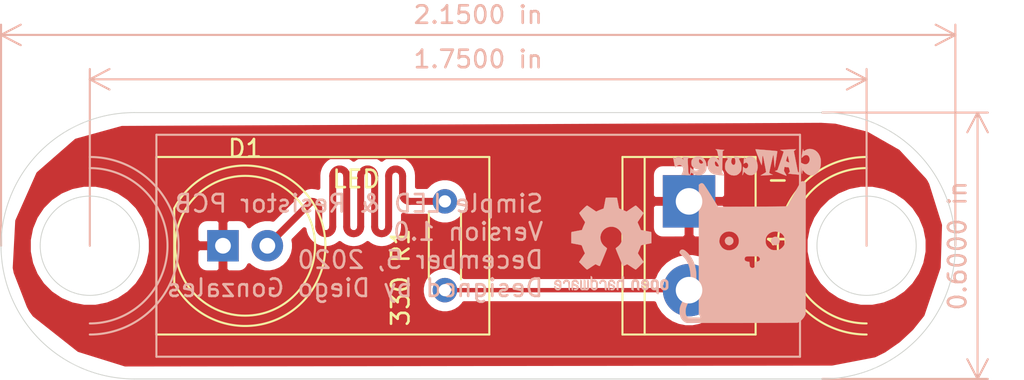
<source format=kicad_pcb>
(kicad_pcb (version 20171130) (host pcbnew "(5.1.8)-1")

  (general
    (thickness 1.6)
    (drawings 26)
    (tracks 114)
    (zones 0)
    (modules 5)
    (nets 4)
  )

  (page A4)
  (title_block
    (title "LED and Resistor")
    (date 2020-12-05)
    (rev 1.0)
    (company CatCuber)
    (comment 1 "Gonzales Loayza Pool Diego")
  )

  (layers
    (0 F.Cu signal)
    (31 B.Cu signal)
    (32 B.Adhes user)
    (33 F.Adhes user)
    (34 B.Paste user)
    (35 F.Paste user)
    (36 B.SilkS user)
    (37 F.SilkS user)
    (38 B.Mask user)
    (39 F.Mask user)
    (40 Dwgs.User user)
    (41 Cmts.User user)
    (42 Eco1.User user)
    (43 Eco2.User user)
    (44 Edge.Cuts user)
    (45 Margin user)
    (46 B.CrtYd user)
    (47 F.CrtYd user)
    (48 B.Fab user)
    (49 F.Fab user)
  )

  (setup
    (last_trace_width 0.25)
    (trace_clearance 0.2)
    (zone_clearance 0.508)
    (zone_45_only no)
    (trace_min 0.2)
    (via_size 0.8)
    (via_drill 0.4)
    (via_min_size 0.4)
    (via_min_drill 0.3)
    (uvia_size 0.3)
    (uvia_drill 0.1)
    (uvias_allowed no)
    (uvia_min_size 0.2)
    (uvia_min_drill 0.1)
    (edge_width 0.05)
    (segment_width 0.2)
    (pcb_text_width 0.3)
    (pcb_text_size 1.5 1.5)
    (mod_edge_width 0.12)
    (mod_text_size 1 1)
    (mod_text_width 0.15)
    (pad_size 2.5 2.5)
    (pad_drill 2.5)
    (pad_to_mask_clearance 0)
    (aux_axis_origin 0 0)
    (visible_elements 7FFFFFFF)
    (pcbplotparams
      (layerselection 0x010fc_ffffffff)
      (usegerberextensions false)
      (usegerberattributes true)
      (usegerberadvancedattributes true)
      (creategerberjobfile true)
      (excludeedgelayer true)
      (linewidth 0.100000)
      (plotframeref false)
      (viasonmask false)
      (mode 1)
      (useauxorigin false)
      (hpglpennumber 1)
      (hpglpenspeed 20)
      (hpglpendiameter 15.000000)
      (psnegative false)
      (psa4output false)
      (plotreference true)
      (plotvalue true)
      (plotinvisibletext false)
      (padsonsilk false)
      (subtractmaskfromsilk false)
      (outputformat 1)
      (mirror false)
      (drillshape 1)
      (scaleselection 1)
      (outputdirectory ""))
  )

  (net 0 "")
  (net 1 GND)
  (net 2 "Net-(D1-Pad2)")
  (net 3 +5V)

  (net_class Default "This is the default net class."
    (clearance 0.2)
    (trace_width 0.25)
    (via_dia 0.8)
    (via_drill 0.4)
    (uvia_dia 0.3)
    (uvia_drill 0.1)
    (add_net +5V)
    (add_net GND)
  )

  (net_class PWR ""
    (clearance 0.2)
    (trace_width 0.4)
    (via_dia 0.8)
    (via_drill 0.4)
    (uvia_dia 0.3)
    (uvia_drill 0.1)
    (add_net "Net-(D1-Pad2)")
  )

  (module logos:Catcuber_10.9x10.9mm (layer B.Cu) (tedit 0) (tstamp 5FDB337A)
    (at 154.813 108.5215 180)
    (fp_text reference G*** (at 0 0) (layer B.SilkS) hide
      (effects (font (size 1.524 1.524) (thickness 0.3)) (justify mirror))
    )
    (fp_text value LOGO (at 0.75 0) (layer B.SilkS) hide
      (effects (font (size 1.524 1.524) (thickness 0.3)) (justify mirror))
    )
    (fp_poly (pts (xy -2.755148 2.97845) (xy -2.727581 2.961418) (xy -2.707548 2.936499) (xy -2.673827 2.884652)
      (xy -2.62954 2.811107) (xy -2.577806 2.721093) (xy -2.521749 2.61984) (xy -2.503105 2.585358)
      (xy -2.442796 2.473201) (xy -2.383148 2.362376) (xy -2.328135 2.260257) (xy -2.281732 2.17422)
      (xy -2.247911 2.111641) (xy -2.244081 2.104572) (xy -2.204459 2.031112) (xy -2.154919 1.938739)
      (xy -2.102509 1.840618) (xy -2.064815 1.769773) (xy -2.023333 1.69264) (xy -1.987222 1.627343)
      (xy -1.960227 1.580529) (xy -1.946096 1.558846) (xy -1.945758 1.558507) (xy -1.926163 1.55677)
      (xy -1.87263 1.554987) (xy -1.787509 1.553183) (xy -1.67315 1.551378) (xy -1.5319 1.549595)
      (xy -1.366108 1.547857) (xy -1.178124 1.546186) (xy -0.970296 1.544605) (xy -0.744973 1.543136)
      (xy -0.504503 1.541801) (xy -0.251237 1.540623) (xy 0.012479 1.539624) (xy 0.043702 1.53952)
      (xy 2.019619 1.533072) (xy 2.404311 2.149929) (xy 2.490474 2.287398) (xy 2.572642 2.417171)
      (xy 2.648411 2.53555) (xy 2.715377 2.638833) (xy 2.771136 2.723321) (xy 2.813285 2.785314)
      (xy 2.839419 2.821112) (xy 2.843366 2.82575) (xy 2.904968 2.872937) (xy 2.96932 2.883946)
      (xy 3.036285 2.858769) (xy 3.06475 2.837745) (xy 3.120571 2.790775) (xy 3.12014 -0.895148)
      (xy 3.11971 -4.581071) (xy 3.074867 -4.689928) (xy 3.051899 -4.746451) (xy 3.035698 -4.787777)
      (xy 3.029941 -4.804379) (xy 3.047147 -4.805815) (xy 3.095194 -4.806565) (xy 3.168642 -4.806629)
      (xy 3.262053 -4.806007) (xy 3.369988 -4.804699) (xy 3.391297 -4.804379) (xy 3.514756 -4.802295)
      (xy 3.607223 -4.799989) (xy 3.673993 -4.796847) (xy 3.720356 -4.792254) (xy 3.751606 -4.785597)
      (xy 3.773036 -4.776261) (xy 3.789937 -4.763633) (xy 3.796833 -4.757317) (xy 3.844695 -4.688095)
      (xy 3.873389 -4.589055) (xy 3.882571 -4.466466) (xy 3.875578 -4.344177) (xy 3.852312 -4.231175)
      (xy 3.809343 -4.11443) (xy 3.766194 -4.024457) (xy 3.728385 -3.950989) (xy 3.67969 -3.856441)
      (xy 3.625861 -3.751976) (xy 3.572649 -3.64876) (xy 3.562237 -3.628571) (xy 3.494303 -3.489047)
      (xy 3.432573 -3.347317) (xy 3.379998 -3.211162) (xy 3.339527 -3.088363) (xy 3.31411 -2.986701)
      (xy 3.310192 -2.963756) (xy 3.301445 -2.905641) (xy 3.290158 -2.831834) (xy 3.282906 -2.784928)
      (xy 3.272128 -2.681034) (xy 3.267012 -2.552818) (xy 3.2674 -2.411775) (xy 3.273136 -2.269401)
      (xy 3.284063 -2.137189) (xy 3.292681 -2.069933) (xy 3.343871 -1.835304) (xy 3.424106 -1.611662)
      (xy 3.530785 -1.404275) (xy 3.661311 -1.218413) (xy 3.772517 -1.097063) (xy 3.865945 -1.01188)
      (xy 3.94318 -0.954305) (xy 4.008422 -0.921932) (xy 4.065871 -0.912357) (xy 4.090655 -0.914912)
      (xy 4.155396 -0.943116) (xy 4.203704 -0.994554) (xy 4.226561 -1.058829) (xy 4.227285 -1.072408)
      (xy 4.226398 -1.093532) (xy 4.22104 -1.112629) (xy 4.207169 -1.134343) (xy 4.180742 -1.163316)
      (xy 4.137716 -1.20419) (xy 4.074049 -1.261609) (xy 4.022809 -1.307221) (xy 3.902289 -1.437326)
      (xy 3.799328 -1.59607) (xy 3.715531 -1.779505) (xy 3.6525 -1.983681) (xy 3.611838 -2.204649)
      (xy 3.598299 -2.352991) (xy 3.596566 -2.572294) (xy 3.61782 -2.783835) (xy 3.663619 -2.994014)
      (xy 3.735519 -3.209236) (xy 3.835077 -3.435904) (xy 3.886452 -3.537857) (xy 3.970271 -3.699614)
      (xy 4.038403 -3.833901) (xy 4.092577 -3.94508) (xy 4.134523 -4.037512) (xy 4.165971 -4.115559)
      (xy 4.188652 -4.183583) (xy 4.204296 -4.245946) (xy 4.214632 -4.30701) (xy 4.22139 -4.371136)
      (xy 4.222493 -4.385087) (xy 4.221474 -4.547738) (xy 4.19437 -4.698141) (xy 4.143122 -4.831984)
      (xy 4.069666 -4.944954) (xy 3.975941 -5.032739) (xy 3.914869 -5.069518) (xy 3.821018 -5.116285)
      (xy 0.672259 -5.114726) (xy 0.336374 -5.11448) (xy 0.009924 -5.114085) (xy -0.30521 -5.11355)
      (xy -0.607148 -5.112885) (xy -0.894011 -5.112098) (xy -1.163917 -5.111199) (xy -1.414988 -5.110196)
      (xy -1.645344 -5.1091) (xy -1.853103 -5.107919) (xy -2.036387 -5.106662) (xy -2.193314 -5.105339)
      (xy -2.322006 -5.103958) (xy -2.420582 -5.102529) (xy -2.487162 -5.101062) (xy -2.519867 -5.099564)
      (xy -2.522706 -5.099138) (xy -2.613697 -5.057487) (xy -2.70933 -4.989895) (xy -2.801073 -4.904234)
      (xy -2.880399 -4.808373) (xy -2.934467 -4.71919) (xy -2.9845 -4.617357) (xy -2.98848 -1.438927)
      (xy -0.377391 -1.438927) (xy -0.373944 -1.473105) (xy -0.359736 -1.520991) (xy -0.342643 -1.55371)
      (xy -0.30793 -1.576682) (xy -0.250922 -1.597211) (xy -0.185567 -1.611093) (xy -0.140607 -1.614613)
      (xy -0.090715 -1.614714) (xy -0.090715 -1.75854) (xy -0.089792 -1.831673) (xy -0.08534 -1.878131)
      (xy -0.07483 -1.90751) (xy -0.055732 -1.929407) (xy -0.042911 -1.939969) (xy 0.024057 -1.972604)
      (xy 0.093369 -1.969966) (xy 0.157738 -1.933821) (xy 0.184925 -1.906477) (xy 0.201544 -1.875182)
      (xy 0.211242 -1.829189) (xy 0.217664 -1.75775) (xy 0.217714 -1.757023) (xy 0.226785 -1.623974)
      (xy 0.326571 -1.608522) (xy 0.397341 -1.591279) (xy 0.452934 -1.566078) (xy 0.467178 -1.555372)
      (xy 0.501655 -1.501263) (xy 0.506922 -1.437321) (xy 0.483187 -1.374958) (xy 0.463467 -1.350818)
      (xy 0.4471 -1.335398) (xy 0.429687 -1.324025) (xy 0.405813 -1.316082) (xy 0.370066 -1.310955)
      (xy 0.317032 -1.308027) (xy 0.241296 -1.306681) (xy 0.137446 -1.306304) (xy 0.072 -1.306285)
      (xy -0.274934 -1.306285) (xy -0.33009 -1.361441) (xy -0.365603 -1.402955) (xy -0.377391 -1.438927)
      (xy -2.98848 -1.438927) (xy -2.989205 -0.860082) (xy -2.989716 -0.45184) (xy -1.814538 -0.45184)
      (xy -1.789776 -0.59083) (xy -1.783881 -0.609089) (xy -1.740613 -0.693881) (xy -1.672679 -0.77934)
      (xy -1.590102 -0.855498) (xy -1.502909 -0.91239) (xy -1.4605 -0.930569) (xy -1.366587 -0.95124)
      (xy -1.258322 -0.957603) (xy -1.149051 -0.950253) (xy -1.052121 -0.929784) (xy -1.002898 -0.910164)
      (xy -0.879927 -0.828317) (xy -0.78483 -0.724731) (xy -0.747579 -0.663847) (xy -0.712291 -0.564773)
      (xy -0.696855 -0.449061) (xy -0.697761 -0.426357) (xy 0.827857 -0.426357) (xy 0.842705 -0.559478)
      (xy 0.888235 -0.6767) (xy 0.966857 -0.783625) (xy 0.993441 -0.810843) (xy 1.09607 -0.886625)
      (xy 1.217726 -0.937211) (xy 1.34982 -0.960941) (xy 1.483764 -0.956156) (xy 1.595846 -0.92723)
      (xy 1.714329 -0.867471) (xy 1.807295 -0.785722) (xy 1.880919 -0.676325) (xy 1.890759 -0.657011)
      (xy 1.924332 -0.582451) (xy 1.942255 -0.521212) (xy 1.948677 -0.456209) (xy 1.948881 -0.417641)
      (xy 1.929937 -0.280038) (xy 1.878477 -0.15517) (xy 1.79722 -0.04711) (xy 1.688889 0.040066)
      (xy 1.617901 0.078023) (xy 1.512636 0.109368) (xy 1.391912 0.119167) (xy 1.269221 0.107743)
      (xy 1.158055 0.075422) (xy 1.138334 0.066451) (xy 1.018113 -0.010903) (xy 0.925481 -0.110344)
      (xy 0.862469 -0.22865) (xy 0.831106 -0.362597) (xy 0.827857 -0.426357) (xy -0.697761 -0.426357)
      (xy -0.701582 -0.330648) (xy -0.726786 -0.223473) (xy -0.737127 -0.198304) (xy -0.806758 -0.087983)
      (xy -0.9011 0.001202) (xy -1.013885 0.067009) (xy -1.138844 0.107196) (xy -1.269709 0.119518)
      (xy -1.400211 0.101732) (xy -1.487715 0.070294) (xy -1.591472 0.013674) (xy -1.668917 -0.050734)
      (xy -1.729988 -0.132293) (xy -1.758805 -0.185053) (xy -1.804132 -0.315188) (xy -1.814538 -0.45184)
      (xy -2.989716 -0.45184) (xy -2.99391 2.897194) (xy -2.94925 2.945383) (xy -2.892298 2.982509)
      (xy -2.822899 2.993871) (xy -2.755148 2.97845)) (layer B.SilkS) (width 0.01))
    (fp_poly (pts (xy -2.131786 4.817611) (xy -2.01622 4.813307) (xy -1.900811 4.808297) (xy -1.795779 4.803073)
      (xy -1.711341 4.798128) (xy -1.678215 4.795772) (xy -1.533072 4.784341) (xy -1.623786 4.741918)
      (xy -1.676644 4.71749) (xy -1.715978 4.699847) (xy -1.729174 4.694356) (xy -1.727091 4.676638)
      (xy -1.714191 4.628915) (xy -1.691804 4.555375) (xy -1.661256 4.460205) (xy -1.623876 4.347594)
      (xy -1.580991 4.22173) (xy -1.561352 4.165047) (xy -1.516029 4.034735) (xy -1.474808 3.915966)
      (xy -1.439137 3.812931) (xy -1.410464 3.729821) (xy -1.390236 3.670826) (xy -1.3799 3.640137)
      (xy -1.378858 3.636694) (xy -1.363718 3.628146) (xy -1.325398 3.611316) (xy -1.302363 3.601905)
      (xy -1.225869 3.571298) (xy -1.531408 3.446226) (xy -1.654536 3.395773) (xy -1.747725 3.357835)
      (xy -1.814716 3.331429) (xy -1.859251 3.315567) (xy -1.885071 3.309264) (xy -1.895917 3.311534)
      (xy -1.89553 3.321392) (xy -1.887652 3.337851) (xy -1.878668 3.354723) (xy -1.852797 3.402481)
      (xy -1.817804 3.464327) (xy -1.795145 3.503265) (xy -1.765355 3.556289) (xy -1.751267 3.595253)
      (xy -1.750305 3.635884) (xy -1.759892 3.693911) (xy -1.762083 3.705099) (xy -1.783586 3.814393)
      (xy -1.876043 3.803283) (xy -1.935479 3.796785) (xy -1.983084 3.792704) (xy -1.998296 3.792015)
      (xy -2.017839 3.780718) (xy -2.036411 3.743803) (xy -2.056333 3.676403) (xy -2.059508 3.663661)
      (xy -2.090924 3.535464) (xy -2.04111 3.483469) (xy -1.991295 3.431474) (xy -2.052469 3.421872)
      (xy -2.094763 3.416472) (xy -2.163374 3.409065) (xy -2.248459 3.400668) (xy -2.331358 3.393071)
      (xy -2.42685 3.384439) (xy -2.518661 3.375769) (xy -2.595359 3.368162) (xy -2.639786 3.363393)
      (xy -2.7305 3.352913) (xy -2.544822 3.546929) (xy -2.439974 4.078357) (xy -2.049627 4.078357)
      (xy -2.044396 4.067425) (xy -2.021951 4.071752) (xy -1.975468 4.091066) (xy -1.952664 4.101135)
      (xy -1.904694 4.124634) (xy -1.874189 4.143955) (xy -1.86847 4.151028) (xy -1.872843 4.179415)
      (xy -1.884675 4.229189) (xy -1.901199 4.290753) (xy -1.919648 4.354508) (xy -1.937255 4.410857)
      (xy -1.951252 4.450203) (xy -1.958454 4.463143) (xy -1.966983 4.446645) (xy -1.979982 4.402484)
      (xy -1.995231 4.338662) (xy -2.002494 4.304393) (xy -2.018241 4.227851) (xy -2.032261 4.160934)
      (xy -2.042251 4.114584) (xy -2.04447 4.104822) (xy -2.049627 4.078357) (xy -2.439974 4.078357)
      (xy -2.315108 4.711241) (xy -2.377662 4.769631) (xy -2.440215 4.828021) (xy -2.131786 4.817611)) (layer B.SilkS) (width 0.01))
    (fp_poly (pts (xy -3.074249 4.820307) (xy -2.981698 4.772787) (xy -2.966952 4.762013) (xy -2.917961 4.726354)
      (xy -2.889341 4.715035) (xy -2.873015 4.729866) (xy -2.860908 4.77266) (xy -2.857907 4.786476)
      (xy -2.847072 4.824148) (xy -2.837249 4.838426) (xy -2.836013 4.837775) (xy -2.830138 4.817566)
      (xy -2.820572 4.769572) (xy -2.808612 4.70195) (xy -2.795554 4.622858) (xy -2.782696 4.540451)
      (xy -2.771334 4.462887) (xy -2.762763 4.398323) (xy -2.758282 4.354915) (xy -2.757921 4.346485)
      (xy -2.762894 4.33205) (xy -2.780701 4.341982) (xy -2.815212 4.378688) (xy -2.821506 4.385995)
      (xy -2.896412 4.453577) (xy -2.974071 4.48906) (xy -3.049341 4.493254) (xy -3.117078 4.466965)
      (xy -3.17214 4.411003) (xy -3.209386 4.326175) (xy -3.209702 4.324993) (xy -3.220629 4.229019)
      (xy -3.204561 4.139642) (xy -3.165719 4.062555) (xy -3.108322 4.003447) (xy -3.036591 3.96801)
      (xy -2.954746 3.961933) (xy -2.941915 3.963896) (xy -2.884726 3.980568) (xy -2.819208 4.008169)
      (xy -2.795777 4.020277) (xy -2.748549 4.04393) (xy -2.7155 4.055813) (xy -2.706935 4.055555)
      (xy -2.705903 4.0355) (xy -2.708805 3.986657) (xy -2.714851 3.916216) (xy -2.72325 3.831363)
      (xy -2.733209 3.739289) (xy -2.743937 3.647181) (xy -2.754643 3.562228) (xy -2.764535 3.491619)
      (xy -2.772822 3.442542) (xy -2.775926 3.429) (xy -2.783416 3.414649) (xy -2.790548 3.430367)
      (xy -2.798075 3.478629) (xy -2.802218 3.515723) (xy -2.815935 3.647802) (xy -2.879062 3.566776)
      (xy -2.979579 3.460836) (xy -3.091243 3.38394) (xy -3.209729 3.337435) (xy -3.330713 3.322663)
      (xy -3.449872 3.340969) (xy -3.518098 3.368093) (xy -3.605846 3.428717) (xy -3.689261 3.517913)
      (xy -3.762181 3.628014) (xy -3.811713 3.733351) (xy -3.836818 3.823276) (xy -3.853952 3.935734)
      (xy -3.862253 4.057678) (xy -3.860864 4.176059) (xy -3.848925 4.27783) (xy -3.847896 4.282925)
      (xy -3.802016 4.432263) (xy -3.731998 4.564133) (xy -3.641513 4.674738) (xy -3.53423 4.76028)
      (xy -3.413818 4.816963) (xy -3.31047 4.838983) (xy -3.181631 4.841878) (xy -3.074249 4.820307)) (layer B.SilkS) (width 0.01))
    (fp_poly (pts (xy -0.115953 4.821001) (xy -0.120067 4.802719) (xy -0.135746 4.756189) (xy -0.160895 4.686779)
      (xy -0.193416 4.599854) (xy -0.231213 4.500783) (xy -0.272189 4.394933) (xy -0.314246 4.28767)
      (xy -0.355288 4.184362) (xy -0.393218 4.090376) (xy -0.42594 4.011079) (xy -0.451355 3.951838)
      (xy -0.467368 3.918021) (xy -0.470853 3.912618) (xy -0.477439 3.923694) (xy -0.484738 3.964835)
      (xy -0.491942 4.029854) (xy -0.498243 4.112563) (xy -0.499303 4.130333) (xy -0.506646 4.256358)
      (xy -0.513202 4.352316) (xy -0.519875 4.41756) (xy -0.527567 4.451444) (xy -0.53718 4.453319)
      (xy -0.549617 4.422538) (xy -0.565781 4.358456) (xy -0.586574 4.260424) (xy -0.612899 4.127796)
      (xy -0.630805 4.036056) (xy -0.655819 3.907009) (xy -0.678363 3.789286) (xy -0.697542 3.687682)
      (xy -0.71246 3.606994) (xy -0.72222 3.552016) (xy -0.725925 3.527544) (xy -0.725936 3.527134)
      (xy -0.711161 3.508023) (xy -0.673409 3.480001) (xy -0.639536 3.459676) (xy -0.572741 3.421667)
      (xy -0.504735 3.381364) (xy -0.480786 3.366645) (xy -0.408215 3.321276) (xy -0.526143 3.323613)
      (xy -0.59971 3.325823) (xy -0.668568 3.329134) (xy -0.707572 3.331953) (xy -0.754136 3.335902)
      (xy -0.824688 3.34136) (xy -0.90701 3.347393) (xy -0.943429 3.349964) (xy -1.115786 3.361971)
      (xy -1.011465 3.407358) (xy -0.948098 3.439645) (xy -0.913265 3.468155) (xy -0.907812 3.481694)
      (xy -0.9118 3.506264) (xy -0.922744 3.561518) (xy -0.939644 3.642739) (xy -0.961504 3.745209)
      (xy -0.987325 3.864209) (xy -1.016107 3.995021) (xy -1.023359 4.027715) (xy -1.060393 4.19144)
      (xy -1.09116 4.321083) (xy -1.115571 4.416303) (xy -1.133536 4.476762) (xy -1.144965 4.50212)
      (xy -1.148891 4.499429) (xy -1.15381 4.466183) (xy -1.160415 4.404108) (xy -1.168016 4.320586)
      (xy -1.175921 4.222994) (xy -1.180307 4.163786) (xy -1.188711 4.057841) (xy -1.197814 3.962456)
      (xy -1.207008 3.881982) (xy -1.215686 3.82077) (xy -1.22324 3.783172) (xy -1.22906 3.77354)
      (xy -1.232279 3.791858) (xy -1.235542 3.816715) (xy -1.24374 3.872185) (xy -1.256073 3.953054)
      (xy -1.27174 4.054104) (xy -1.28994 4.170119) (xy -1.304731 4.263572) (xy -1.323867 4.385968)
      (xy -1.340485 4.496036) (xy -1.353893 4.588861) (xy -1.363397 4.659529) (xy -1.368301 4.703124)
      (xy -1.368491 4.71517) (xy -1.349024 4.718819) (xy -1.298534 4.724787) (xy -1.222088 4.732645)
      (xy -1.124756 4.741966) (xy -1.011603 4.75232) (xy -0.8877 4.763281) (xy -0.758113 4.774419)
      (xy -0.62791 4.785307) (xy -0.50216 4.795517) (xy -0.38593 4.804619) (xy -0.284289 4.812186)
      (xy -0.202303 4.81779) (xy -0.145042 4.821002) (xy -0.117573 4.821395) (xy -0.115953 4.821001)) (layer B.SilkS) (width 0.01))
    (fp_poly (pts (xy 1.088682 4.349477) (xy 1.051413 4.268755) (xy 1.030665 4.185906) (xy 1.025139 4.106204)
      (xy 1.033537 4.034923) (xy 1.054559 3.977338) (xy 1.086906 3.938722) (xy 1.12928 3.924351)
      (xy 1.180382 3.939498) (xy 1.188423 3.944447) (xy 1.238597 3.997785) (xy 1.265667 4.072167)
      (xy 1.268249 4.159568) (xy 1.244956 4.251963) (xy 1.242547 4.257869) (xy 1.226683 4.301099)
      (xy 1.221077 4.327613) (xy 1.221883 4.33036) (xy 1.241402 4.336401) (xy 1.287644 4.34703)
      (xy 1.351606 4.360479) (xy 1.424285 4.374979) (xy 1.49668 4.388761) (xy 1.559789 4.400057)
      (xy 1.604609 4.407098) (xy 1.619893 4.408555) (xy 1.61791 4.399296) (xy 1.591456 4.375193)
      (xy 1.546908 4.341931) (xy 1.451887 4.275467) (xy 1.494397 4.219626) (xy 1.558028 4.126918)
      (xy 1.597604 4.042573) (xy 1.617869 3.952877) (xy 1.623568 3.846286) (xy 1.622234 3.765582)
      (xy 1.616101 3.708037) (xy 1.602382 3.660581) (xy 1.578287 3.610143) (xy 1.569935 3.594848)
      (xy 1.487829 3.479736) (xy 1.38654 3.395191) (xy 1.267366 3.341984) (xy 1.131605 3.320885)
      (xy 1.108018 3.320542) (xy 1.025674 3.328246) (xy 0.950077 3.347766) (xy 0.934357 3.354231)
      (xy 0.832317 3.420663) (xy 0.748243 3.516787) (xy 0.719354 3.564834) (xy 0.699408 3.609457)
      (xy 0.687442 3.658972) (xy 0.681688 3.724221) (xy 0.680357 3.8038) (xy 0.681104 3.880777)
      (xy 0.685396 3.937484) (xy 0.696306 3.986042) (xy 0.716911 4.038572) (xy 0.750284 4.107194)
      (xy 0.764353 4.134907) (xy 0.797265 4.203178) (xy 0.82002 4.257695) (xy 0.830055 4.291793)
      (xy 0.827853 4.299959) (xy 0.79852 4.304837) (xy 0.750561 4.316871) (xy 0.734785 4.321371)
      (xy 0.662214 4.342682) (xy 0.852714 4.374363) (xy 0.935804 4.387691) (xy 1.008931 4.39853)
      (xy 1.062554 4.405514) (xy 1.083423 4.407379) (xy 1.123633 4.408715) (xy 1.088682 4.349477)) (layer B.SilkS) (width 0.01))
    (fp_poly (pts (xy 2.160294 4.822102) (xy 2.165482 4.816148) (xy 2.154424 4.805563) (xy 2.131099 4.790075)
      (xy 2.129797 4.78924) (xy 2.106983 4.772908) (xy 2.089548 4.75336) (xy 2.075139 4.724239)
      (xy 2.061404 4.679187) (xy 2.045988 4.611848) (xy 2.02654 4.515863) (xy 2.024155 4.503796)
      (xy 2.005418 4.409536) (xy 1.988388 4.325018) (xy 1.974678 4.258167) (xy 1.965903 4.216912)
      (xy 1.964616 4.211304) (xy 1.963375 4.192727) (xy 1.975878 4.196375) (xy 2.005731 4.224474)
      (xy 2.033031 4.253518) (xy 2.105378 4.323922) (xy 2.170302 4.366847) (xy 2.236805 4.387171)
      (xy 2.286 4.390572) (xy 2.376845 4.377274) (xy 2.454807 4.335565) (xy 2.523542 4.262721)
      (xy 2.578184 4.172857) (xy 2.599814 4.124457) (xy 2.612717 4.07444) (xy 2.618912 4.011087)
      (xy 2.620426 3.927929) (xy 2.618936 3.843344) (xy 2.612959 3.782678) (xy 2.600168 3.733627)
      (xy 2.578236 3.683888) (xy 2.571937 3.671603) (xy 2.515205 3.578011) (xy 2.450295 3.504368)
      (xy 2.371805 3.447738) (xy 2.274335 3.405183) (xy 2.152481 3.373764) (xy 2.000842 3.350545)
      (xy 1.976343 3.347716) (xy 1.861655 3.334831) (xy 1.779074 3.326183) (xy 1.724588 3.322516)
      (xy 1.694187 3.324578) (xy 1.683858 3.333112) (xy 1.689592 3.348866) (xy 1.707376 3.372585)
      (xy 1.724948 3.394453) (xy 1.783802 3.468763) (xy 1.775983 3.869543) (xy 1.979964 3.869543)
      (xy 1.985366 3.851477) (xy 2.004276 3.835344) (xy 2.045452 3.813367) (xy 2.083209 3.817456)
      (xy 2.128025 3.84657) (xy 2.167326 3.892827) (xy 2.19431 3.953963) (xy 2.207253 4.019442)
      (xy 2.204432 4.078729) (xy 2.184124 4.121287) (xy 2.174272 4.129274) (xy 2.148113 4.12592)
      (xy 2.111508 4.096927) (xy 2.070548 4.048956) (xy 2.031325 3.988668) (xy 2.012621 3.952505)
      (xy 1.988806 3.899799) (xy 1.979964 3.869543) (xy 1.775983 3.869543) (xy 1.759646 4.706877)
      (xy 1.663266 4.783727) (xy 1.897526 4.804995) (xy 2.007477 4.81487) (xy 2.08527 4.821194)
      (xy 2.134883 4.823694) (xy 2.160294 4.822102)) (layer B.SilkS) (width 0.01))
    (fp_poly (pts (xy 0.526451 4.357621) (xy 0.534471 4.310919) (xy 0.543338 4.241388) (xy 0.55139 4.162398)
      (xy 0.552886 4.145087) (xy 0.565578 3.992718) (xy 0.493193 4.032367) (xy 0.44527 4.055948)
      (xy 0.412914 4.06148) (xy 0.381333 4.050788) (xy 0.374169 4.047057) (xy 0.326583 4.002984)
      (xy 0.301048 3.94056) (xy 0.298134 3.870677) (xy 0.318407 3.804226) (xy 0.358929 3.754767)
      (xy 0.41654 3.728097) (xy 0.477331 3.736923) (xy 0.542417 3.781426) (xy 0.546569 3.785316)
      (xy 0.594209 3.830616) (xy 0.606721 3.616201) (xy 0.612483 3.528424) (xy 0.618718 3.451377)
      (xy 0.624644 3.393793) (xy 0.629155 3.3655) (xy 0.633346 3.339858) (xy 0.625817 3.341676)
      (xy 0.610198 3.365534) (xy 0.590119 3.406013) (xy 0.57141 3.451708) (xy 0.539334 3.537915)
      (xy 0.459071 3.463931) (xy 0.4036 3.418153) (xy 0.347181 3.379899) (xy 0.316987 3.364117)
      (xy 0.244242 3.345669) (xy 0.156097 3.339926) (xy 0.069672 3.346911) (xy 0.008455 3.363687)
      (xy -0.064728 3.410396) (xy -0.135385 3.481236) (xy -0.192929 3.564963) (xy -0.20659 3.592082)
      (xy -0.231821 3.676639) (xy -0.243776 3.78256) (xy -0.24255 3.897476) (xy -0.228237 4.009019)
      (xy -0.202723 4.100286) (xy -0.141695 4.219514) (xy -0.064107 4.311144) (xy 0.026054 4.373838)
      (xy 0.1248 4.406259) (xy 0.228144 4.407071) (xy 0.332099 4.374937) (xy 0.428621 4.311976)
      (xy 0.485315 4.264168) (xy 0.512709 4.417786) (xy 0.526451 4.357621)) (layer B.SilkS) (width 0.01))
    (fp_poly (pts (xy 3.270101 4.393318) (xy 3.375448 4.352398) (xy 3.463528 4.288426) (xy 3.494623 4.253329)
      (xy 3.521702 4.214162) (xy 3.537434 4.17716) (xy 3.544828 4.130311) (xy 3.546891 4.061601)
      (xy 3.546928 4.044418) (xy 3.545695 3.970743) (xy 3.539891 3.921378) (xy 3.526361 3.884373)
      (xy 3.501949 3.84778) (xy 3.491448 3.834363) (xy 3.404492 3.753033) (xy 3.299224 3.701699)
      (xy 3.181203 3.68303) (xy 3.17619 3.683) (xy 3.120805 3.682139) (xy 3.096428 3.678175)
      (xy 3.097794 3.669041) (xy 3.112151 3.657828) (xy 3.152267 3.636708) (xy 3.208096 3.614998)
      (xy 3.225045 3.609599) (xy 3.320266 3.597618) (xy 3.410698 3.620764) (xy 3.497745 3.67951)
      (xy 3.531296 3.712402) (xy 3.606377 3.792545) (xy 3.619599 3.572489) (xy 3.632821 3.352432)
      (xy 3.674564 3.395252) (xy 3.688841 3.411815) (xy 3.69988 3.431836) (xy 3.708463 3.460532)
      (xy 3.71537 3.50312) (xy 3.721381 3.564819) (xy 3.727277 3.650844) (xy 3.733839 3.766414)
      (xy 3.735939 3.805458) (xy 3.743762 3.951238) (xy 3.749594 4.065023) (xy 3.753137 4.151065)
      (xy 3.754093 4.213616) (xy 3.752168 4.256927) (xy 3.747062 4.28525) (xy 3.73848 4.302836)
      (xy 3.726125 4.313938) (xy 3.7097 4.322806) (xy 3.699456 4.327944) (xy 3.663981 4.34844)
      (xy 3.649235 4.361357) (xy 3.649564 4.362339) (xy 3.669097 4.365637) (xy 3.717116 4.37038)
      (xy 3.785883 4.375874) (xy 3.849382 4.380261) (xy 4.042978 4.392806) (xy 4.017171 4.307055)
      (xy 4.002291 4.249387) (xy 3.99934 4.217868) (xy 4.007843 4.215353) (xy 4.027321 4.244695)
      (xy 4.027534 4.245093) (xy 4.054527 4.276922) (xy 4.100645 4.315512) (xy 4.132342 4.337361)
      (xy 4.22659 4.381783) (xy 4.313518 4.391287) (xy 4.392122 4.365875) (xy 4.431106 4.337318)
      (xy 4.490357 4.284065) (xy 4.546638 4.338277) (xy 4.60292 4.39249) (xy 4.551681 4.123924)
      (xy 4.528434 4.00102) (xy 4.510962 3.909878) (xy 4.497522 3.84676) (xy 4.48637 3.807929)
      (xy 4.475763 3.789649) (xy 4.463958 3.788183) (xy 4.449212 3.799793) (xy 4.42978 3.820743)
      (xy 4.416721 3.834628) (xy 4.339542 3.896037) (xy 4.263471 3.924905) (xy 4.19181 3.924911)
      (xy 4.127862 3.899733) (xy 4.074929 3.853048) (xy 4.036313 3.788536) (xy 4.015317 3.709875)
      (xy 4.015244 3.620742) (xy 4.039396 3.524818) (xy 4.074036 3.452932) (xy 4.099743 3.406276)
      (xy 4.11426 3.374347) (xy 4.115492 3.3662) (xy 4.096129 3.36331) (xy 4.047341 3.359243)
      (xy 3.97595 3.354486) (xy 3.88878 3.349527) (xy 3.864428 3.348267) (xy 3.6195 3.335858)
      (xy 3.58896 3.409965) (xy 3.558419 3.484072) (xy 3.436088 3.416831) (xy 3.366284 3.380978)
      (xy 3.308357 3.359671) (xy 3.246024 3.34844) (xy 3.167271 3.342999) (xy 3.086935 3.341135)
      (xy 3.029052 3.345612) (xy 2.980033 3.358568) (xy 2.930071 3.380304) (xy 2.827095 3.445511)
      (xy 2.75211 3.529279) (xy 2.703632 3.63435) (xy 2.680174 3.763461) (xy 2.677404 3.846286)
      (xy 2.692523 3.995958) (xy 2.707328 4.043603) (xy 2.881385 4.043603) (xy 2.889727 4.031976)
      (xy 2.955183 3.997902) (xy 3.018325 3.999327) (xy 3.076039 4.035961) (xy 3.112966 4.096605)
      (xy 3.118673 4.174236) (xy 3.109434 4.22161) (xy 3.097104 4.248454) (xy 3.073213 4.250573)
      (xy 3.050717 4.24308) (xy 2.996648 4.213667) (xy 2.947022 4.171593) (xy 2.907496 4.124277)
      (xy 2.883731 4.07914) (xy 2.881385 4.043603) (xy 2.707328 4.043603) (xy 2.733811 4.128829)
      (xy 2.799231 4.24087) (xy 2.886743 4.328053) (xy 2.937815 4.360884) (xy 3.042548 4.399248)
      (xy 3.156222 4.409497) (xy 3.270101 4.393318)) (layer B.SilkS) (width 0.01))
    (fp_poly (pts (xy -1.225802 -0.185781) (xy -1.1443 -0.210012) (xy -1.073744 -0.258481) (xy -1.023475 -0.323211)
      (xy -1.00532 -0.374122) (xy -1.005558 -0.459819) (xy -1.035181 -0.536584) (xy -1.08772 -0.599562)
      (xy -1.156705 -0.643901) (xy -1.235669 -0.664746) (xy -1.318142 -0.657245) (xy -1.360353 -0.640485)
      (xy -1.435287 -0.585356) (xy -1.481657 -0.517182) (xy -1.501309 -0.442205) (xy -1.496093 -0.366671)
      (xy -1.467855 -0.296821) (xy -1.418443 -0.238902) (xy -1.349705 -0.199155) (xy -1.263487 -0.183825)
      (xy -1.225802 -0.185781)) (layer B.SilkS) (width 0.01))
    (fp_poly (pts (xy 1.479607 -0.196948) (xy 1.554409 -0.240082) (xy 1.606898 -0.30569) (xy 1.631639 -0.38863)
      (xy 1.632857 -0.413055) (xy 1.617473 -0.507516) (xy 1.573013 -0.583047) (xy 1.502011 -0.635666)
      (xy 1.486998 -0.642241) (xy 1.421447 -0.664573) (xy 1.37051 -0.668362) (xy 1.317272 -0.653026)
      (xy 1.27848 -0.635041) (xy 1.205362 -0.582274) (xy 1.160282 -0.515172) (xy 1.141646 -0.440338)
      (xy 1.147861 -0.364381) (xy 1.177332 -0.293905) (xy 1.228466 -0.235518) (xy 1.299668 -0.195825)
      (xy 1.387928 -0.181428) (xy 1.479607 -0.196948)) (layer B.SilkS) (width 0.01))
  )

  (module TerminalBlock:TerminalBlock_bornier-2_P5.08mm (layer F.Cu) (tedit 59FF03AB) (tstamp 5FCC7427)
    (at 151.13 106.68 270)
    (descr "simple 2-pin terminal block, pitch 5.08mm, revamped version of bornier2")
    (tags "terminal block bornier2")
    (path /5FCC7500)
    (fp_text reference J1 (at 2.54 -5.08 90) (layer F.SilkS)
      (effects (font (size 1 1) (thickness 0.15)))
    )
    (fp_text value Conn_01x02_Male (at 2.54 5.08 90) (layer F.Fab)
      (effects (font (size 1 1) (thickness 0.15)))
    )
    (fp_line (start 7.79 4) (end -2.71 4) (layer F.CrtYd) (width 0.05))
    (fp_line (start 7.79 4) (end 7.79 -4) (layer F.CrtYd) (width 0.05))
    (fp_line (start -2.71 -4) (end -2.71 4) (layer F.CrtYd) (width 0.05))
    (fp_line (start -2.71 -4) (end 7.79 -4) (layer F.CrtYd) (width 0.05))
    (fp_line (start -2.54 3.81) (end 7.62 3.81) (layer F.SilkS) (width 0.12))
    (fp_line (start -2.54 -3.81) (end -2.54 3.81) (layer F.SilkS) (width 0.12))
    (fp_line (start 7.62 -3.81) (end -2.54 -3.81) (layer F.SilkS) (width 0.12))
    (fp_line (start 7.62 3.81) (end 7.62 -3.81) (layer F.SilkS) (width 0.12))
    (fp_line (start 7.62 2.54) (end -2.54 2.54) (layer F.SilkS) (width 0.12))
    (fp_line (start 7.54 -3.75) (end -2.46 -3.75) (layer F.Fab) (width 0.1))
    (fp_line (start 7.54 3.75) (end 7.54 -3.75) (layer F.Fab) (width 0.1))
    (fp_line (start -2.46 3.75) (end 7.54 3.75) (layer F.Fab) (width 0.1))
    (fp_line (start -2.46 -3.75) (end -2.46 3.75) (layer F.Fab) (width 0.1))
    (fp_line (start -2.41 2.55) (end 7.49 2.55) (layer F.Fab) (width 0.1))
    (fp_text user %R (at 2.54 0 90) (layer F.Fab)
      (effects (font (size 1 1) (thickness 0.15)))
    )
    (pad 2 thru_hole circle (at 5.08 0 270) (size 3 3) (drill 1.52) (layers *.Cu *.Mask)
      (net 3 +5V))
    (pad 1 thru_hole rect (at 0 0 270) (size 3 3) (drill 1.52) (layers *.Cu *.Mask)
      (net 1 GND))
    (model ${KISYS3DMOD}/TerminalBlock.3dshapes/TerminalBlock_bornier-2_P5.08mm.wrl
      (offset (xyz 2.539999961853027 0 0))
      (scale (xyz 1 1 1))
      (rotate (xyz 0 0 0))
    )
  )

  (module Symbol:OSHW-Logo2_7.3x6mm_SilkScreen (layer B.Cu) (tedit 0) (tstamp 5FCC9965)
    (at 146.685 109.22 180)
    (descr "Open Source Hardware Symbol")
    (tags "Logo Symbol OSHW")
    (attr virtual)
    (fp_text reference REF** (at 0 0) (layer B.SilkS) hide
      (effects (font (size 1 1) (thickness 0.15)) (justify mirror))
    )
    (fp_text value OSHW-Logo2_7.3x6mm_SilkScreen (at 0.75 0) (layer B.Fab) hide
      (effects (font (size 1 1) (thickness 0.15)) (justify mirror))
    )
    (fp_poly (pts (xy -2.400256 -1.919918) (xy -2.344799 -1.947568) (xy -2.295852 -1.99848) (xy -2.282371 -2.017338)
      (xy -2.267686 -2.042015) (xy -2.258158 -2.068816) (xy -2.252707 -2.104587) (xy -2.250253 -2.156169)
      (xy -2.249714 -2.224267) (xy -2.252148 -2.317588) (xy -2.260606 -2.387657) (xy -2.276826 -2.439931)
      (xy -2.302546 -2.479869) (xy -2.339503 -2.512929) (xy -2.342218 -2.514886) (xy -2.37864 -2.534908)
      (xy -2.422498 -2.544815) (xy -2.478276 -2.547257) (xy -2.568952 -2.547257) (xy -2.56899 -2.635283)
      (xy -2.569834 -2.684308) (xy -2.574976 -2.713065) (xy -2.588413 -2.730311) (xy -2.614142 -2.744808)
      (xy -2.620321 -2.747769) (xy -2.649236 -2.761648) (xy -2.671624 -2.770414) (xy -2.688271 -2.771171)
      (xy -2.699964 -2.761023) (xy -2.70749 -2.737073) (xy -2.711634 -2.696426) (xy -2.713185 -2.636186)
      (xy -2.712929 -2.553455) (xy -2.711651 -2.445339) (xy -2.711252 -2.413) (xy -2.709815 -2.301524)
      (xy -2.708528 -2.228603) (xy -2.569029 -2.228603) (xy -2.568245 -2.290499) (xy -2.56476 -2.330997)
      (xy -2.556876 -2.357708) (xy -2.542895 -2.378244) (xy -2.533403 -2.38826) (xy -2.494596 -2.417567)
      (xy -2.460237 -2.419952) (xy -2.424784 -2.39575) (xy -2.423886 -2.394857) (xy -2.409461 -2.376153)
      (xy -2.400687 -2.350732) (xy -2.396261 -2.311584) (xy -2.394882 -2.251697) (xy -2.394857 -2.23843)
      (xy -2.398188 -2.155901) (xy -2.409031 -2.098691) (xy -2.42866 -2.063766) (xy -2.45835 -2.048094)
      (xy -2.475509 -2.046514) (xy -2.516234 -2.053926) (xy -2.544168 -2.07833) (xy -2.560983 -2.12298)
      (xy -2.56835 -2.19113) (xy -2.569029 -2.228603) (xy -2.708528 -2.228603) (xy -2.708292 -2.215245)
      (xy -2.706323 -2.150333) (xy -2.70355 -2.102958) (xy -2.699612 -2.06929) (xy -2.694151 -2.045498)
      (xy -2.686808 -2.027753) (xy -2.677223 -2.012224) (xy -2.673113 -2.006381) (xy -2.618595 -1.951185)
      (xy -2.549664 -1.91989) (xy -2.469928 -1.911165) (xy -2.400256 -1.919918)) (layer B.SilkS) (width 0.01))
    (fp_poly (pts (xy -1.283907 -1.92778) (xy -1.237328 -1.954723) (xy -1.204943 -1.981466) (xy -1.181258 -2.009484)
      (xy -1.164941 -2.043748) (xy -1.154661 -2.089227) (xy -1.149086 -2.150892) (xy -1.146884 -2.233711)
      (xy -1.146629 -2.293246) (xy -1.146629 -2.512391) (xy -1.208314 -2.540044) (xy -1.27 -2.567697)
      (xy -1.277257 -2.32767) (xy -1.280256 -2.238028) (xy -1.283402 -2.172962) (xy -1.287299 -2.128026)
      (xy -1.292553 -2.09877) (xy -1.299769 -2.080748) (xy -1.30955 -2.069511) (xy -1.312688 -2.067079)
      (xy -1.360239 -2.048083) (xy -1.408303 -2.0556) (xy -1.436914 -2.075543) (xy -1.448553 -2.089675)
      (xy -1.456609 -2.10822) (xy -1.461729 -2.136334) (xy -1.464559 -2.179173) (xy -1.465744 -2.241895)
      (xy -1.465943 -2.307261) (xy -1.465982 -2.389268) (xy -1.467386 -2.447316) (xy -1.472086 -2.486465)
      (xy -1.482013 -2.51178) (xy -1.499097 -2.528323) (xy -1.525268 -2.541156) (xy -1.560225 -2.554491)
      (xy -1.598404 -2.569007) (xy -1.593859 -2.311389) (xy -1.592029 -2.218519) (xy -1.589888 -2.149889)
      (xy -1.586819 -2.100711) (xy -1.582206 -2.066198) (xy -1.575432 -2.041562) (xy -1.565881 -2.022016)
      (xy -1.554366 -2.00477) (xy -1.49881 -1.94968) (xy -1.43102 -1.917822) (xy -1.357287 -1.910191)
      (xy -1.283907 -1.92778)) (layer B.SilkS) (width 0.01))
    (fp_poly (pts (xy -2.958885 -1.921962) (xy -2.890855 -1.957733) (xy -2.840649 -2.015301) (xy -2.822815 -2.052312)
      (xy -2.808937 -2.107882) (xy -2.801833 -2.178096) (xy -2.80116 -2.254727) (xy -2.806573 -2.329552)
      (xy -2.81773 -2.394342) (xy -2.834286 -2.440873) (xy -2.839374 -2.448887) (xy -2.899645 -2.508707)
      (xy -2.971231 -2.544535) (xy -3.048908 -2.55502) (xy -3.127452 -2.53881) (xy -3.149311 -2.529092)
      (xy -3.191878 -2.499143) (xy -3.229237 -2.459433) (xy -3.232768 -2.454397) (xy -3.247119 -2.430124)
      (xy -3.256606 -2.404178) (xy -3.26221 -2.370022) (xy -3.264914 -2.321119) (xy -3.265701 -2.250935)
      (xy -3.265714 -2.2352) (xy -3.265678 -2.230192) (xy -3.120571 -2.230192) (xy -3.119727 -2.29643)
      (xy -3.116404 -2.340386) (xy -3.109417 -2.368779) (xy -3.097584 -2.388325) (xy -3.091543 -2.394857)
      (xy -3.056814 -2.41968) (xy -3.023097 -2.418548) (xy -2.989005 -2.397016) (xy -2.968671 -2.374029)
      (xy -2.956629 -2.340478) (xy -2.949866 -2.287569) (xy -2.949402 -2.281399) (xy -2.948248 -2.185513)
      (xy -2.960312 -2.114299) (xy -2.98543 -2.068194) (xy -3.02344 -2.047635) (xy -3.037008 -2.046514)
      (xy -3.072636 -2.052152) (xy -3.097006 -2.071686) (xy -3.111907 -2.109042) (xy -3.119125 -2.16815)
      (xy -3.120571 -2.230192) (xy -3.265678 -2.230192) (xy -3.265174 -2.160413) (xy -3.262904 -2.108159)
      (xy -3.257932 -2.071949) (xy -3.249287 -2.045299) (xy -3.235995 -2.021722) (xy -3.233057 -2.017338)
      (xy -3.183687 -1.958249) (xy -3.129891 -1.923947) (xy -3.064398 -1.910331) (xy -3.042158 -1.909665)
      (xy -2.958885 -1.921962)) (layer B.SilkS) (width 0.01))
    (fp_poly (pts (xy -1.831697 -1.931239) (xy -1.774473 -1.969735) (xy -1.730251 -2.025335) (xy -1.703833 -2.096086)
      (xy -1.69849 -2.148162) (xy -1.699097 -2.169893) (xy -1.704178 -2.186531) (xy -1.718145 -2.201437)
      (xy -1.745411 -2.217973) (xy -1.790388 -2.239498) (xy -1.857489 -2.269374) (xy -1.857829 -2.269524)
      (xy -1.919593 -2.297813) (xy -1.970241 -2.322933) (xy -2.004596 -2.342179) (xy -2.017482 -2.352848)
      (xy -2.017486 -2.352934) (xy -2.006128 -2.376166) (xy -1.979569 -2.401774) (xy -1.949077 -2.420221)
      (xy -1.93363 -2.423886) (xy -1.891485 -2.411212) (xy -1.855192 -2.379471) (xy -1.837483 -2.344572)
      (xy -1.820448 -2.318845) (xy -1.787078 -2.289546) (xy -1.747851 -2.264235) (xy -1.713244 -2.250471)
      (xy -1.706007 -2.249714) (xy -1.697861 -2.26216) (xy -1.69737 -2.293972) (xy -1.703357 -2.336866)
      (xy -1.714643 -2.382558) (xy -1.73005 -2.422761) (xy -1.730829 -2.424322) (xy -1.777196 -2.489062)
      (xy -1.837289 -2.533097) (xy -1.905535 -2.554711) (xy -1.976362 -2.552185) (xy -2.044196 -2.523804)
      (xy -2.047212 -2.521808) (xy -2.100573 -2.473448) (xy -2.13566 -2.410352) (xy -2.155078 -2.327387)
      (xy -2.157684 -2.304078) (xy -2.162299 -2.194055) (xy -2.156767 -2.142748) (xy -2.017486 -2.142748)
      (xy -2.015676 -2.174753) (xy -2.005778 -2.184093) (xy -1.981102 -2.177105) (xy -1.942205 -2.160587)
      (xy -1.898725 -2.139881) (xy -1.897644 -2.139333) (xy -1.860791 -2.119949) (xy -1.846 -2.107013)
      (xy -1.849647 -2.093451) (xy -1.865005 -2.075632) (xy -1.904077 -2.049845) (xy -1.946154 -2.04795)
      (xy -1.983897 -2.066717) (xy -2.009966 -2.102915) (xy -2.017486 -2.142748) (xy -2.156767 -2.142748)
      (xy -2.152806 -2.106027) (xy -2.12845 -2.036212) (xy -2.094544 -1.987302) (xy -2.033347 -1.937878)
      (xy -1.965937 -1.913359) (xy -1.89712 -1.911797) (xy -1.831697 -1.931239)) (layer B.SilkS) (width 0.01))
    (fp_poly (pts (xy -0.624114 -1.851289) (xy -0.619861 -1.910613) (xy -0.614975 -1.945572) (xy -0.608205 -1.96082)
      (xy -0.598298 -1.961015) (xy -0.595086 -1.959195) (xy -0.552356 -1.946015) (xy -0.496773 -1.946785)
      (xy -0.440263 -1.960333) (xy -0.404918 -1.977861) (xy -0.368679 -2.005861) (xy -0.342187 -2.037549)
      (xy -0.324001 -2.077813) (xy -0.312678 -2.131543) (xy -0.306778 -2.203626) (xy -0.304857 -2.298951)
      (xy -0.304823 -2.317237) (xy -0.3048 -2.522646) (xy -0.350509 -2.53858) (xy -0.382973 -2.54942)
      (xy -0.400785 -2.554468) (xy -0.401309 -2.554514) (xy -0.403063 -2.540828) (xy -0.404556 -2.503076)
      (xy -0.405674 -2.446224) (xy -0.406303 -2.375234) (xy -0.4064 -2.332073) (xy -0.406602 -2.246973)
      (xy -0.407642 -2.185981) (xy -0.410169 -2.144177) (xy -0.414836 -2.116642) (xy -0.422293 -2.098456)
      (xy -0.433189 -2.084698) (xy -0.439993 -2.078073) (xy -0.486728 -2.051375) (xy -0.537728 -2.049375)
      (xy -0.583999 -2.071955) (xy -0.592556 -2.080107) (xy -0.605107 -2.095436) (xy -0.613812 -2.113618)
      (xy -0.619369 -2.139909) (xy -0.622474 -2.179562) (xy -0.623824 -2.237832) (xy -0.624114 -2.318173)
      (xy -0.624114 -2.522646) (xy -0.669823 -2.53858) (xy -0.702287 -2.54942) (xy -0.720099 -2.554468)
      (xy -0.720623 -2.554514) (xy -0.721963 -2.540623) (xy -0.723172 -2.501439) (xy -0.724199 -2.4407)
      (xy -0.724998 -2.362141) (xy -0.725519 -2.269498) (xy -0.725714 -2.166509) (xy -0.725714 -1.769342)
      (xy -0.678543 -1.749444) (xy -0.631371 -1.729547) (xy -0.624114 -1.851289)) (layer B.SilkS) (width 0.01))
    (fp_poly (pts (xy 0.039744 -1.950968) (xy 0.096616 -1.972087) (xy 0.097267 -1.972493) (xy 0.13244 -1.99838)
      (xy 0.158407 -2.028633) (xy 0.17667 -2.068058) (xy 0.188732 -2.121462) (xy 0.196096 -2.193651)
      (xy 0.200264 -2.289432) (xy 0.200629 -2.303078) (xy 0.205876 -2.508842) (xy 0.161716 -2.531678)
      (xy 0.129763 -2.54711) (xy 0.11047 -2.554423) (xy 0.109578 -2.554514) (xy 0.106239 -2.541022)
      (xy 0.103587 -2.504626) (xy 0.101956 -2.451452) (xy 0.1016 -2.408393) (xy 0.101592 -2.338641)
      (xy 0.098403 -2.294837) (xy 0.087288 -2.273944) (xy 0.063501 -2.272925) (xy 0.022296 -2.288741)
      (xy -0.039914 -2.317815) (xy -0.085659 -2.341963) (xy -0.109187 -2.362913) (xy -0.116104 -2.385747)
      (xy -0.116114 -2.386877) (xy -0.104701 -2.426212) (xy -0.070908 -2.447462) (xy -0.019191 -2.450539)
      (xy 0.018061 -2.450006) (xy 0.037703 -2.460735) (xy 0.049952 -2.486505) (xy 0.057002 -2.519337)
      (xy 0.046842 -2.537966) (xy 0.043017 -2.540632) (xy 0.007001 -2.55134) (xy -0.043434 -2.552856)
      (xy -0.095374 -2.545759) (xy -0.132178 -2.532788) (xy -0.183062 -2.489585) (xy -0.211986 -2.429446)
      (xy -0.217714 -2.382462) (xy -0.213343 -2.340082) (xy -0.197525 -2.305488) (xy -0.166203 -2.274763)
      (xy -0.115322 -2.24399) (xy -0.040824 -2.209252) (xy -0.036286 -2.207288) (xy 0.030821 -2.176287)
      (xy 0.072232 -2.150862) (xy 0.089981 -2.128014) (xy 0.086107 -2.104745) (xy 0.062643 -2.078056)
      (xy 0.055627 -2.071914) (xy 0.00863 -2.0481) (xy -0.040067 -2.049103) (xy -0.082478 -2.072451)
      (xy -0.110616 -2.115675) (xy -0.113231 -2.12416) (xy -0.138692 -2.165308) (xy -0.170999 -2.185128)
      (xy -0.217714 -2.20477) (xy -0.217714 -2.15395) (xy -0.203504 -2.080082) (xy -0.161325 -2.012327)
      (xy -0.139376 -1.989661) (xy -0.089483 -1.960569) (xy -0.026033 -1.9474) (xy 0.039744 -1.950968)) (layer B.SilkS) (width 0.01))
    (fp_poly (pts (xy 0.529926 -1.949755) (xy 0.595858 -1.974084) (xy 0.649273 -2.017117) (xy 0.670164 -2.047409)
      (xy 0.692939 -2.102994) (xy 0.692466 -2.143186) (xy 0.668562 -2.170217) (xy 0.659717 -2.174813)
      (xy 0.62153 -2.189144) (xy 0.602028 -2.185472) (xy 0.595422 -2.161407) (xy 0.595086 -2.148114)
      (xy 0.582992 -2.09921) (xy 0.551471 -2.064999) (xy 0.507659 -2.048476) (xy 0.458695 -2.052634)
      (xy 0.418894 -2.074227) (xy 0.40545 -2.086544) (xy 0.395921 -2.101487) (xy 0.389485 -2.124075)
      (xy 0.385317 -2.159328) (xy 0.382597 -2.212266) (xy 0.380502 -2.287907) (xy 0.37996 -2.311857)
      (xy 0.377981 -2.39379) (xy 0.375731 -2.451455) (xy 0.372357 -2.489608) (xy 0.367006 -2.513004)
      (xy 0.358824 -2.526398) (xy 0.346959 -2.534545) (xy 0.339362 -2.538144) (xy 0.307102 -2.550452)
      (xy 0.288111 -2.554514) (xy 0.281836 -2.540948) (xy 0.278006 -2.499934) (xy 0.2766 -2.430999)
      (xy 0.277598 -2.333669) (xy 0.277908 -2.318657) (xy 0.280101 -2.229859) (xy 0.282693 -2.165019)
      (xy 0.286382 -2.119067) (xy 0.291864 -2.086935) (xy 0.299835 -2.063553) (xy 0.310993 -2.043852)
      (xy 0.31683 -2.03541) (xy 0.350296 -1.998057) (xy 0.387727 -1.969003) (xy 0.392309 -1.966467)
      (xy 0.459426 -1.946443) (xy 0.529926 -1.949755)) (layer B.SilkS) (width 0.01))
    (fp_poly (pts (xy 1.190117 -2.065358) (xy 1.189933 -2.173837) (xy 1.189219 -2.257287) (xy 1.187675 -2.319704)
      (xy 1.185001 -2.365085) (xy 1.180894 -2.397429) (xy 1.175055 -2.420733) (xy 1.167182 -2.438995)
      (xy 1.161221 -2.449418) (xy 1.111855 -2.505945) (xy 1.049264 -2.541377) (xy 0.980013 -2.55409)
      (xy 0.910668 -2.542463) (xy 0.869375 -2.521568) (xy 0.826025 -2.485422) (xy 0.796481 -2.441276)
      (xy 0.778655 -2.383462) (xy 0.770463 -2.306313) (xy 0.769302 -2.249714) (xy 0.769458 -2.245647)
      (xy 0.870857 -2.245647) (xy 0.871476 -2.31055) (xy 0.874314 -2.353514) (xy 0.88084 -2.381622)
      (xy 0.892523 -2.401953) (xy 0.906483 -2.417288) (xy 0.953365 -2.44689) (xy 1.003701 -2.449419)
      (xy 1.051276 -2.424705) (xy 1.054979 -2.421356) (xy 1.070783 -2.403935) (xy 1.080693 -2.383209)
      (xy 1.086058 -2.352362) (xy 1.088228 -2.304577) (xy 1.088571 -2.251748) (xy 1.087827 -2.185381)
      (xy 1.084748 -2.141106) (xy 1.078061 -2.112009) (xy 1.066496 -2.091173) (xy 1.057013 -2.080107)
      (xy 1.01296 -2.052198) (xy 0.962224 -2.048843) (xy 0.913796 -2.070159) (xy 0.90445 -2.078073)
      (xy 0.88854 -2.095647) (xy 0.87861 -2.116587) (xy 0.873278 -2.147782) (xy 0.871163 -2.196122)
      (xy 0.870857 -2.245647) (xy 0.769458 -2.245647) (xy 0.77281 -2.158568) (xy 0.784726 -2.090086)
      (xy 0.807135 -2.0386) (xy 0.842124 -1.998443) (xy 0.869375 -1.977861) (xy 0.918907 -1.955625)
      (xy 0.976316 -1.945304) (xy 1.029682 -1.948067) (xy 1.059543 -1.959212) (xy 1.071261 -1.962383)
      (xy 1.079037 -1.950557) (xy 1.084465 -1.918866) (xy 1.088571 -1.870593) (xy 1.093067 -1.816829)
      (xy 1.099313 -1.784482) (xy 1.110676 -1.765985) (xy 1.130528 -1.75377) (xy 1.143 -1.748362)
      (xy 1.190171 -1.728601) (xy 1.190117 -2.065358)) (layer B.SilkS) (width 0.01))
    (fp_poly (pts (xy 1.779833 -1.958663) (xy 1.782048 -1.99685) (xy 1.783784 -2.054886) (xy 1.784899 -2.12818)
      (xy 1.785257 -2.205055) (xy 1.785257 -2.465196) (xy 1.739326 -2.511127) (xy 1.707675 -2.539429)
      (xy 1.67989 -2.550893) (xy 1.641915 -2.550168) (xy 1.62684 -2.548321) (xy 1.579726 -2.542948)
      (xy 1.540756 -2.539869) (xy 1.531257 -2.539585) (xy 1.499233 -2.541445) (xy 1.453432 -2.546114)
      (xy 1.435674 -2.548321) (xy 1.392057 -2.551735) (xy 1.362745 -2.54432) (xy 1.33368 -2.521427)
      (xy 1.323188 -2.511127) (xy 1.277257 -2.465196) (xy 1.277257 -1.978602) (xy 1.314226 -1.961758)
      (xy 1.346059 -1.949282) (xy 1.364683 -1.944914) (xy 1.369458 -1.958718) (xy 1.373921 -1.997286)
      (xy 1.377775 -2.056356) (xy 1.380722 -2.131663) (xy 1.382143 -2.195286) (xy 1.386114 -2.445657)
      (xy 1.420759 -2.450556) (xy 1.452268 -2.447131) (xy 1.467708 -2.436041) (xy 1.472023 -2.415308)
      (xy 1.475708 -2.371145) (xy 1.478469 -2.309146) (xy 1.480012 -2.234909) (xy 1.480235 -2.196706)
      (xy 1.480457 -1.976783) (xy 1.526166 -1.960849) (xy 1.558518 -1.950015) (xy 1.576115 -1.944962)
      (xy 1.576623 -1.944914) (xy 1.578388 -1.958648) (xy 1.580329 -1.99673) (xy 1.582282 -2.054482)
      (xy 1.584084 -2.127227) (xy 1.585343 -2.195286) (xy 1.589314 -2.445657) (xy 1.6764 -2.445657)
      (xy 1.680396 -2.21724) (xy 1.684392 -1.988822) (xy 1.726847 -1.966868) (xy 1.758192 -1.951793)
      (xy 1.776744 -1.944951) (xy 1.777279 -1.944914) (xy 1.779833 -1.958663)) (layer B.SilkS) (width 0.01))
    (fp_poly (pts (xy 2.144876 -1.956335) (xy 2.186667 -1.975344) (xy 2.219469 -1.998378) (xy 2.243503 -2.024133)
      (xy 2.260097 -2.057358) (xy 2.270577 -2.1028) (xy 2.276271 -2.165207) (xy 2.278507 -2.249327)
      (xy 2.278743 -2.304721) (xy 2.278743 -2.520826) (xy 2.241774 -2.53767) (xy 2.212656 -2.549981)
      (xy 2.198231 -2.554514) (xy 2.195472 -2.541025) (xy 2.193282 -2.504653) (xy 2.191942 -2.451542)
      (xy 2.191657 -2.409372) (xy 2.190434 -2.348447) (xy 2.187136 -2.300115) (xy 2.182321 -2.270518)
      (xy 2.178496 -2.264229) (xy 2.152783 -2.270652) (xy 2.112418 -2.287125) (xy 2.065679 -2.309458)
      (xy 2.020845 -2.333457) (xy 1.986193 -2.35493) (xy 1.970002 -2.369685) (xy 1.969938 -2.369845)
      (xy 1.97133 -2.397152) (xy 1.983818 -2.423219) (xy 2.005743 -2.444392) (xy 2.037743 -2.451474)
      (xy 2.065092 -2.450649) (xy 2.103826 -2.450042) (xy 2.124158 -2.459116) (xy 2.136369 -2.483092)
      (xy 2.137909 -2.487613) (xy 2.143203 -2.521806) (xy 2.129047 -2.542568) (xy 2.092148 -2.552462)
      (xy 2.052289 -2.554292) (xy 1.980562 -2.540727) (xy 1.943432 -2.521355) (xy 1.897576 -2.475845)
      (xy 1.873256 -2.419983) (xy 1.871073 -2.360957) (xy 1.891629 -2.305953) (xy 1.922549 -2.271486)
      (xy 1.95342 -2.252189) (xy 2.001942 -2.227759) (xy 2.058485 -2.202985) (xy 2.06791 -2.199199)
      (xy 2.130019 -2.171791) (xy 2.165822 -2.147634) (xy 2.177337 -2.123619) (xy 2.16658 -2.096635)
      (xy 2.148114 -2.075543) (xy 2.104469 -2.049572) (xy 2.056446 -2.047624) (xy 2.012406 -2.067637)
      (xy 1.980709 -2.107551) (xy 1.976549 -2.117848) (xy 1.952327 -2.155724) (xy 1.916965 -2.183842)
      (xy 1.872343 -2.206917) (xy 1.872343 -2.141485) (xy 1.874969 -2.101506) (xy 1.88623 -2.069997)
      (xy 1.911199 -2.036378) (xy 1.935169 -2.010484) (xy 1.972441 -1.973817) (xy 2.001401 -1.954121)
      (xy 2.032505 -1.94622) (xy 2.067713 -1.944914) (xy 2.144876 -1.956335)) (layer B.SilkS) (width 0.01))
    (fp_poly (pts (xy 2.6526 -1.958752) (xy 2.669948 -1.966334) (xy 2.711356 -1.999128) (xy 2.746765 -2.046547)
      (xy 2.768664 -2.097151) (xy 2.772229 -2.122098) (xy 2.760279 -2.156927) (xy 2.734067 -2.175357)
      (xy 2.705964 -2.186516) (xy 2.693095 -2.188572) (xy 2.686829 -2.173649) (xy 2.674456 -2.141175)
      (xy 2.669028 -2.126502) (xy 2.63859 -2.075744) (xy 2.59452 -2.050427) (xy 2.53801 -2.051206)
      (xy 2.533825 -2.052203) (xy 2.503655 -2.066507) (xy 2.481476 -2.094393) (xy 2.466327 -2.139287)
      (xy 2.45725 -2.204615) (xy 2.453286 -2.293804) (xy 2.452914 -2.341261) (xy 2.45273 -2.416071)
      (xy 2.451522 -2.467069) (xy 2.448309 -2.499471) (xy 2.442109 -2.518495) (xy 2.43194 -2.529356)
      (xy 2.416819 -2.537272) (xy 2.415946 -2.53767) (xy 2.386828 -2.549981) (xy 2.372403 -2.554514)
      (xy 2.370186 -2.540809) (xy 2.368289 -2.502925) (xy 2.366847 -2.445715) (xy 2.365998 -2.374027)
      (xy 2.365829 -2.321565) (xy 2.366692 -2.220047) (xy 2.37007 -2.143032) (xy 2.377142 -2.086023)
      (xy 2.389088 -2.044526) (xy 2.40709 -2.014043) (xy 2.432327 -1.99008) (xy 2.457247 -1.973355)
      (xy 2.517171 -1.951097) (xy 2.586911 -1.946076) (xy 2.6526 -1.958752)) (layer B.SilkS) (width 0.01))
    (fp_poly (pts (xy 3.153595 -1.966966) (xy 3.211021 -2.004497) (xy 3.238719 -2.038096) (xy 3.260662 -2.099064)
      (xy 3.262405 -2.147308) (xy 3.258457 -2.211816) (xy 3.109686 -2.276934) (xy 3.037349 -2.310202)
      (xy 2.990084 -2.336964) (xy 2.965507 -2.360144) (xy 2.961237 -2.382667) (xy 2.974889 -2.407455)
      (xy 2.989943 -2.423886) (xy 3.033746 -2.450235) (xy 3.081389 -2.452081) (xy 3.125145 -2.431546)
      (xy 3.157289 -2.390752) (xy 3.163038 -2.376347) (xy 3.190576 -2.331356) (xy 3.222258 -2.312182)
      (xy 3.265714 -2.295779) (xy 3.265714 -2.357966) (xy 3.261872 -2.400283) (xy 3.246823 -2.435969)
      (xy 3.21528 -2.476943) (xy 3.210592 -2.482267) (xy 3.175506 -2.51872) (xy 3.145347 -2.538283)
      (xy 3.107615 -2.547283) (xy 3.076335 -2.55023) (xy 3.020385 -2.550965) (xy 2.980555 -2.54166)
      (xy 2.955708 -2.527846) (xy 2.916656 -2.497467) (xy 2.889625 -2.464613) (xy 2.872517 -2.423294)
      (xy 2.863238 -2.367521) (xy 2.859693 -2.291305) (xy 2.85941 -2.252622) (xy 2.860372 -2.206247)
      (xy 2.948007 -2.206247) (xy 2.949023 -2.231126) (xy 2.951556 -2.2352) (xy 2.968274 -2.229665)
      (xy 3.004249 -2.215017) (xy 3.052331 -2.19419) (xy 3.062386 -2.189714) (xy 3.123152 -2.158814)
      (xy 3.156632 -2.131657) (xy 3.16399 -2.10622) (xy 3.146391 -2.080481) (xy 3.131856 -2.069109)
      (xy 3.07941 -2.046364) (xy 3.030322 -2.050122) (xy 2.989227 -2.077884) (xy 2.960758 -2.127152)
      (xy 2.951631 -2.166257) (xy 2.948007 -2.206247) (xy 2.860372 -2.206247) (xy 2.861285 -2.162249)
      (xy 2.868196 -2.095384) (xy 2.881884 -2.046695) (xy 2.904096 -2.010849) (xy 2.936574 -1.982513)
      (xy 2.950733 -1.973355) (xy 3.015053 -1.949507) (xy 3.085473 -1.948006) (xy 3.153595 -1.966966)) (layer B.SilkS) (width 0.01))
    (fp_poly (pts (xy 0.10391 2.757652) (xy 0.182454 2.757222) (xy 0.239298 2.756058) (xy 0.278105 2.753793)
      (xy 0.302538 2.75006) (xy 0.316262 2.744494) (xy 0.32294 2.736727) (xy 0.326236 2.726395)
      (xy 0.326556 2.725057) (xy 0.331562 2.700921) (xy 0.340829 2.653299) (xy 0.353392 2.587259)
      (xy 0.368287 2.507872) (xy 0.384551 2.420204) (xy 0.385119 2.417125) (xy 0.40141 2.331211)
      (xy 0.416652 2.255304) (xy 0.429861 2.193955) (xy 0.440054 2.151718) (xy 0.446248 2.133145)
      (xy 0.446543 2.132816) (xy 0.464788 2.123747) (xy 0.502405 2.108633) (xy 0.551271 2.090738)
      (xy 0.551543 2.090642) (xy 0.613093 2.067507) (xy 0.685657 2.038035) (xy 0.754057 2.008403)
      (xy 0.757294 2.006938) (xy 0.868702 1.956374) (xy 1.115399 2.12484) (xy 1.191077 2.176197)
      (xy 1.259631 2.222111) (xy 1.317088 2.25997) (xy 1.359476 2.287163) (xy 1.382825 2.301079)
      (xy 1.385042 2.302111) (xy 1.40201 2.297516) (xy 1.433701 2.275345) (xy 1.481352 2.234553)
      (xy 1.546198 2.174095) (xy 1.612397 2.109773) (xy 1.676214 2.046388) (xy 1.733329 1.988549)
      (xy 1.780305 1.939825) (xy 1.813703 1.90379) (xy 1.830085 1.884016) (xy 1.830694 1.882998)
      (xy 1.832505 1.869428) (xy 1.825683 1.847267) (xy 1.80854 1.813522) (xy 1.779393 1.7652)
      (xy 1.736555 1.699308) (xy 1.679448 1.614483) (xy 1.628766 1.539823) (xy 1.583461 1.47286)
      (xy 1.54615 1.417484) (xy 1.519452 1.37758) (xy 1.505985 1.357038) (xy 1.505137 1.355644)
      (xy 1.506781 1.335962) (xy 1.519245 1.297707) (xy 1.540048 1.248111) (xy 1.547462 1.232272)
      (xy 1.579814 1.16171) (xy 1.614328 1.081647) (xy 1.642365 1.012371) (xy 1.662568 0.960955)
      (xy 1.678615 0.921881) (xy 1.687888 0.901459) (xy 1.689041 0.899886) (xy 1.706096 0.897279)
      (xy 1.746298 0.890137) (xy 1.804302 0.879477) (xy 1.874763 0.866315) (xy 1.952335 0.851667)
      (xy 2.031672 0.836551) (xy 2.107431 0.821982) (xy 2.174264 0.808978) (xy 2.226828 0.798555)
      (xy 2.259776 0.79173) (xy 2.267857 0.789801) (xy 2.276205 0.785038) (xy 2.282506 0.774282)
      (xy 2.287045 0.753902) (xy 2.290104 0.720266) (xy 2.291967 0.669745) (xy 2.292918 0.598708)
      (xy 2.29324 0.503524) (xy 2.293257 0.464508) (xy 2.293257 0.147201) (xy 2.217057 0.132161)
      (xy 2.174663 0.124005) (xy 2.1114 0.112101) (xy 2.034962 0.097884) (xy 1.953043 0.08279)
      (xy 1.9304 0.078645) (xy 1.854806 0.063947) (xy 1.788953 0.049495) (xy 1.738366 0.036625)
      (xy 1.708574 0.026678) (xy 1.703612 0.023713) (xy 1.691426 0.002717) (xy 1.673953 -0.037967)
      (xy 1.654577 -0.090322) (xy 1.650734 -0.1016) (xy 1.625339 -0.171523) (xy 1.593817 -0.250418)
      (xy 1.562969 -0.321266) (xy 1.562817 -0.321595) (xy 1.511447 -0.432733) (xy 1.680399 -0.681253)
      (xy 1.849352 -0.929772) (xy 1.632429 -1.147058) (xy 1.566819 -1.211726) (xy 1.506979 -1.268733)
      (xy 1.456267 -1.315033) (xy 1.418046 -1.347584) (xy 1.395675 -1.363343) (xy 1.392466 -1.364343)
      (xy 1.373626 -1.356469) (xy 1.33518 -1.334578) (xy 1.28133 -1.301267) (xy 1.216276 -1.259131)
      (xy 1.14594 -1.211943) (xy 1.074555 -1.16381) (xy 1.010908 -1.121928) (xy 0.959041 -1.088871)
      (xy 0.922995 -1.067218) (xy 0.906867 -1.059543) (xy 0.887189 -1.066037) (xy 0.849875 -1.08315)
      (xy 0.802621 -1.107326) (xy 0.797612 -1.110013) (xy 0.733977 -1.141927) (xy 0.690341 -1.157579)
      (xy 0.663202 -1.157745) (xy 0.649057 -1.143204) (xy 0.648975 -1.143) (xy 0.641905 -1.125779)
      (xy 0.625042 -1.084899) (xy 0.599695 -1.023525) (xy 0.567171 -0.944819) (xy 0.528778 -0.851947)
      (xy 0.485822 -0.748072) (xy 0.444222 -0.647502) (xy 0.398504 -0.536516) (xy 0.356526 -0.433703)
      (xy 0.319548 -0.342215) (xy 0.288827 -0.265201) (xy 0.265622 -0.205815) (xy 0.25119 -0.167209)
      (xy 0.246743 -0.1528) (xy 0.257896 -0.136272) (xy 0.287069 -0.10993) (xy 0.325971 -0.080887)
      (xy 0.436757 0.010961) (xy 0.523351 0.116241) (xy 0.584716 0.232734) (xy 0.619815 0.358224)
      (xy 0.627608 0.490493) (xy 0.621943 0.551543) (xy 0.591078 0.678205) (xy 0.53792 0.790059)
      (xy 0.465767 0.885999) (xy 0.377917 0.964924) (xy 0.277665 1.02573) (xy 0.16831 1.067313)
      (xy 0.053147 1.088572) (xy -0.064525 1.088401) (xy -0.18141 1.065699) (xy -0.294211 1.019362)
      (xy -0.399631 0.948287) (xy -0.443632 0.908089) (xy -0.528021 0.804871) (xy -0.586778 0.692075)
      (xy -0.620296 0.57299) (xy -0.628965 0.450905) (xy -0.613177 0.329107) (xy -0.573322 0.210884)
      (xy -0.509793 0.099525) (xy -0.422979 -0.001684) (xy -0.325971 -0.080887) (xy -0.285563 -0.111162)
      (xy -0.257018 -0.137219) (xy -0.246743 -0.152825) (xy -0.252123 -0.169843) (xy -0.267425 -0.2105)
      (xy -0.291388 -0.271642) (xy -0.322756 -0.350119) (xy -0.360268 -0.44278) (xy -0.402667 -0.546472)
      (xy -0.444337 -0.647526) (xy -0.49031 -0.758607) (xy -0.532893 -0.861541) (xy -0.570779 -0.953165)
      (xy -0.60266 -1.030316) (xy -0.627229 -1.089831) (xy -0.64318 -1.128544) (xy -0.64909 -1.143)
      (xy -0.663052 -1.157685) (xy -0.69006 -1.157642) (xy -0.733587 -1.142099) (xy -0.79711 -1.110284)
      (xy -0.797612 -1.110013) (xy -0.84544 -1.085323) (xy -0.884103 -1.067338) (xy -0.905905 -1.059614)
      (xy -0.906867 -1.059543) (xy -0.923279 -1.067378) (xy -0.959513 -1.089165) (xy -1.011526 -1.122328)
      (xy -1.075275 -1.164291) (xy -1.14594 -1.211943) (xy -1.217884 -1.260191) (xy -1.282726 -1.302151)
      (xy -1.336265 -1.335227) (xy -1.374303 -1.356821) (xy -1.392467 -1.364343) (xy -1.409192 -1.354457)
      (xy -1.44282 -1.326826) (xy -1.48999 -1.284495) (xy -1.547342 -1.230505) (xy -1.611516 -1.167899)
      (xy -1.632503 -1.146983) (xy -1.849501 -0.929623) (xy -1.684332 -0.68722) (xy -1.634136 -0.612781)
      (xy -1.590081 -0.545972) (xy -1.554638 -0.490665) (xy -1.530281 -0.450729) (xy -1.519478 -0.430036)
      (xy -1.519162 -0.428563) (xy -1.524857 -0.409058) (xy -1.540174 -0.369822) (xy -1.562463 -0.31743)
      (xy -1.578107 -0.282355) (xy -1.607359 -0.215201) (xy -1.634906 -0.147358) (xy -1.656263 -0.090034)
      (xy -1.662065 -0.072572) (xy -1.678548 -0.025938) (xy -1.69466 0.010095) (xy -1.70351 0.023713)
      (xy -1.72304 0.032048) (xy -1.765666 0.043863) (xy -1.825855 0.057819) (xy -1.898078 0.072578)
      (xy -1.9304 0.078645) (xy -2.012478 0.093727) (xy -2.091205 0.108331) (xy -2.158891 0.12102)
      (xy -2.20784 0.130358) (xy -2.217057 0.132161) (xy -2.293257 0.147201) (xy -2.293257 0.464508)
      (xy -2.293086 0.568846) (xy -2.292384 0.647787) (xy -2.290866 0.704962) (xy -2.288251 0.744001)
      (xy -2.284254 0.768535) (xy -2.278591 0.782195) (xy -2.27098 0.788611) (xy -2.267857 0.789801)
      (xy -2.249022 0.79402) (xy -2.207412 0.802438) (xy -2.14837 0.814039) (xy -2.077243 0.827805)
      (xy -1.999375 0.84272) (xy -1.920113 0.857768) (xy -1.844802 0.871931) (xy -1.778787 0.884194)
      (xy -1.727413 0.893539) (xy -1.696025 0.89895) (xy -1.689041 0.899886) (xy -1.682715 0.912404)
      (xy -1.66871 0.945754) (xy -1.649645 0.993623) (xy -1.642366 1.012371) (xy -1.613004 1.084805)
      (xy -1.578429 1.16483) (xy -1.547463 1.232272) (xy -1.524677 1.283841) (xy -1.509518 1.326215)
      (xy -1.504458 1.352166) (xy -1.505264 1.355644) (xy -1.515959 1.372064) (xy -1.54038 1.408583)
      (xy -1.575905 1.461313) (xy -1.619913 1.526365) (xy -1.669783 1.599849) (xy -1.679644 1.614355)
      (xy -1.737508 1.700296) (xy -1.780044 1.765739) (xy -1.808946 1.813696) (xy -1.82591 1.84718)
      (xy -1.832633 1.869205) (xy -1.83081 1.882783) (xy -1.830764 1.882869) (xy -1.816414 1.900703)
      (xy -1.784677 1.935183) (xy -1.73899 1.982732) (xy -1.682796 2.039778) (xy -1.619532 2.102745)
      (xy -1.612398 2.109773) (xy -1.53267 2.18698) (xy -1.471143 2.24367) (xy -1.426579 2.28089)
      (xy -1.397743 2.299685) (xy -1.385042 2.302111) (xy -1.366506 2.291529) (xy -1.328039 2.267084)
      (xy -1.273614 2.231388) (xy -1.207202 2.187053) (xy -1.132775 2.136689) (xy -1.115399 2.12484)
      (xy -0.868703 1.956374) (xy -0.757294 2.006938) (xy -0.689543 2.036405) (xy -0.616817 2.066041)
      (xy -0.554297 2.08967) (xy -0.551543 2.090642) (xy -0.50264 2.108543) (xy -0.464943 2.12368)
      (xy -0.446575 2.13279) (xy -0.446544 2.132816) (xy -0.440715 2.149283) (xy -0.430808 2.189781)
      (xy -0.417805 2.249758) (xy -0.402691 2.32466) (xy -0.386448 2.409936) (xy -0.385119 2.417125)
      (xy -0.368825 2.504986) (xy -0.353867 2.58474) (xy -0.341209 2.651319) (xy -0.331814 2.699653)
      (xy -0.326646 2.724675) (xy -0.326556 2.725057) (xy -0.323411 2.735701) (xy -0.317296 2.743738)
      (xy -0.304547 2.749533) (xy -0.2815 2.753453) (xy -0.244491 2.755865) (xy -0.189856 2.757135)
      (xy -0.113933 2.757629) (xy -0.013056 2.757714) (xy 0 2.757714) (xy 0.10391 2.757652)) (layer B.SilkS) (width 0.01))
  )

  (module LED_THT:LED_D8.0mm (layer F.Cu) (tedit 587A3A7B) (tstamp 5FCC8BA5)
    (at 124.46 109.22)
    (descr "LED, diameter 8.0mm, 2 pins, http://cdn-reichelt.de/documents/datenblatt/A500/LED8MMGE_LED8MMGN_LED8MMRT%23KIN.pdf")
    (tags "LED diameter 8.0mm 2 pins")
    (path /5FCC30EE)
    (fp_text reference D1 (at 1.27 -5.56) (layer F.SilkS)
      (effects (font (size 1 1) (thickness 0.15)))
    )
    (fp_text value LED (at 1.27 5.56) (layer F.Fab)
      (effects (font (size 1 1) (thickness 0.15)))
    )
    (fp_line (start 6.1 -4.85) (end -3.55 -4.85) (layer F.CrtYd) (width 0.05))
    (fp_line (start 6.1 4.85) (end 6.1 -4.85) (layer F.CrtYd) (width 0.05))
    (fp_line (start -3.55 4.85) (end 6.1 4.85) (layer F.CrtYd) (width 0.05))
    (fp_line (start -3.55 -4.85) (end -3.55 4.85) (layer F.CrtYd) (width 0.05))
    (fp_line (start -2.79 -2.142) (end -2.79 2.142) (layer F.SilkS) (width 0.12))
    (fp_line (start -2.73 -2.061553) (end -2.73 2.061553) (layer F.Fab) (width 0.1))
    (fp_circle (center 1.27 0) (end 5.27 0) (layer F.SilkS) (width 0.12))
    (fp_circle (center 1.27 0) (end 5.27 0) (layer F.Fab) (width 0.1))
    (fp_arc (start 1.27 0) (end -2.73 -2.061553) (angle 305.5) (layer F.Fab) (width 0.1))
    (fp_arc (start 1.27 0) (end -2.79 -2.141145) (angle 152.2) (layer F.SilkS) (width 0.12))
    (fp_arc (start 1.27 0) (end -2.79 2.141145) (angle -152.2) (layer F.SilkS) (width 0.12))
    (pad 1 thru_hole rect (at 0 0) (size 1.8 1.8) (drill 0.9) (layers *.Cu *.Mask)
      (net 1 GND))
    (pad 2 thru_hole circle (at 2.54 0) (size 1.8 1.8) (drill 0.9) (layers *.Cu *.Mask)
      (net 2 "Net-(D1-Pad2)"))
    (model ${KISYS3DMOD}/LED_THT.3dshapes/LED_D8.0mm.wrl
      (at (xyz 0 0 0))
      (scale (xyz 1 1 1))
      (rotate (xyz 0 0 0))
    )
  )

  (module Resistor_THT:R_Axial_DIN0204_L3.6mm_D1.6mm_P5.08mm_Horizontal (layer F.Cu) (tedit 5AE5139B) (tstamp 5FCC8C7B)
    (at 137.16 111.76 90)
    (descr "Resistor, Axial_DIN0204 series, Axial, Horizontal, pin pitch=5.08mm, 0.167W, length*diameter=3.6*1.6mm^2, http://cdn-reichelt.de/documents/datenblatt/B400/1_4W%23YAG.pdf")
    (tags "Resistor Axial_DIN0204 series Axial Horizontal pin pitch 5.08mm 0.167W length 3.6mm diameter 1.6mm")
    (path /5FCC38A5)
    (fp_text reference R1 (at 2.54 -2.54 90) (layer F.SilkS)
      (effects (font (size 1 1) (thickness 0.15)))
    )
    (fp_text value R (at 2.54 1.92 90) (layer F.Fab)
      (effects (font (size 1 1) (thickness 0.15)))
    )
    (fp_line (start 6.03 -1.05) (end -0.95 -1.05) (layer F.CrtYd) (width 0.05))
    (fp_line (start 6.03 1.05) (end 6.03 -1.05) (layer F.CrtYd) (width 0.05))
    (fp_line (start -0.95 1.05) (end 6.03 1.05) (layer F.CrtYd) (width 0.05))
    (fp_line (start -0.95 -1.05) (end -0.95 1.05) (layer F.CrtYd) (width 0.05))
    (fp_line (start 0.62 0.92) (end 4.46 0.92) (layer F.SilkS) (width 0.12))
    (fp_line (start 0.62 -0.92) (end 4.46 -0.92) (layer F.SilkS) (width 0.12))
    (fp_line (start 5.08 0) (end 4.34 0) (layer F.Fab) (width 0.1))
    (fp_line (start 0 0) (end 0.74 0) (layer F.Fab) (width 0.1))
    (fp_line (start 4.34 -0.8) (end 0.74 -0.8) (layer F.Fab) (width 0.1))
    (fp_line (start 4.34 0.8) (end 4.34 -0.8) (layer F.Fab) (width 0.1))
    (fp_line (start 0.74 0.8) (end 4.34 0.8) (layer F.Fab) (width 0.1))
    (fp_line (start 0.74 -0.8) (end 0.74 0.8) (layer F.Fab) (width 0.1))
    (fp_text user %R (at 2.54 0 90) (layer F.Fab)
      (effects (font (size 0.72 0.72) (thickness 0.108)))
    )
    (pad 1 thru_hole circle (at 0 0 90) (size 1.4 1.4) (drill 0.7) (layers *.Cu *.Mask)
      (net 3 +5V))
    (pad 2 thru_hole oval (at 5.08 0 90) (size 1.4 1.4) (drill 0.7) (layers *.Cu *.Mask)
      (net 2 "Net-(D1-Pad2)"))
    (model ${KISYS3DMOD}/Resistor_THT.3dshapes/R_Axial_DIN0204_L3.6mm_D1.6mm_P5.08mm_Horizontal.wrl
      (at (xyz 0 0 0))
      (scale (xyz 1 1 1))
      (rotate (xyz 0 0 0))
    )
  )

  (dimension 54.61 (width 0.12) (layer B.SilkS)
    (gr_text "54.610 mm" (at 139.065 95.885) (layer B.SilkS)
      (effects (font (size 1 1) (thickness 0.15)))
    )
    (feature1 (pts (xy 166.37 109.22) (xy 166.37 96.568579)))
    (feature2 (pts (xy 111.76 109.22) (xy 111.76 96.568579)))
    (crossbar (pts (xy 111.76 97.155) (xy 166.37 97.155)))
    (arrow1a (pts (xy 166.37 97.155) (xy 165.243496 97.741421)))
    (arrow1b (pts (xy 166.37 97.155) (xy 165.243496 96.568579)))
    (arrow2a (pts (xy 111.76 97.155) (xy 112.886504 97.741421)))
    (arrow2b (pts (xy 111.76 97.155) (xy 112.886504 96.568579)))
  )
  (dimension 15.24 (width 0.12) (layer B.SilkS)
    (gr_text "15.240 mm" (at 168.91 109.22 270) (layer B.SilkS)
      (effects (font (size 1 1) (thickness 0.15)))
    )
    (feature1 (pts (xy 158.75 116.84) (xy 168.226421 116.84)))
    (feature2 (pts (xy 158.75 101.6) (xy 168.226421 101.6)))
    (crossbar (pts (xy 167.64 101.6) (xy 167.64 116.84)))
    (arrow1a (pts (xy 167.64 116.84) (xy 167.053579 115.713496)))
    (arrow1b (pts (xy 167.64 116.84) (xy 168.226421 115.713496)))
    (arrow2a (pts (xy 167.64 101.6) (xy 167.053579 102.726504)))
    (arrow2b (pts (xy 167.64 101.6) (xy 168.226421 102.726504)))
  )
  (dimension 44.45 (width 0.12) (layer B.SilkS)
    (gr_text "44.450 mm" (at 139.065 98.425) (layer B.SilkS)
      (effects (font (size 1 1) (thickness 0.15)))
    )
    (feature1 (pts (xy 161.29 109.22) (xy 161.29 99.108579)))
    (feature2 (pts (xy 116.84 109.22) (xy 116.84 99.108579)))
    (crossbar (pts (xy 116.84 99.695) (xy 161.29 99.695)))
    (arrow1a (pts (xy 161.29 99.695) (xy 160.163496 100.281421)))
    (arrow1b (pts (xy 161.29 99.695) (xy 160.163496 99.108579)))
    (arrow2a (pts (xy 116.84 99.695) (xy 117.966504 100.281421)))
    (arrow2b (pts (xy 116.84 99.695) (xy 117.966504 99.108579)))
  )
  (gr_text "Simple LED & Resistor PCB\nVersion 1.0\nDecember 5, 2020\nDesigned by Diego Gonzales" (at 142.875 109.22) (layer B.SilkS)
    (effects (font (size 1 1) (thickness 0.15)) (justify left mirror))
  )
  (gr_text + (at 156.21 112.395) (layer F.SilkS) (tstamp 5FCC9A28)
    (effects (font (size 1 1) (thickness 0.15)))
  )
  (gr_text - (at 156.21 105.41) (layer F.SilkS)
    (effects (font (size 1 1) (thickness 0.15)))
  )
  (gr_text 330 (at 134.62 112.395 90) (layer F.SilkS)
    (effects (font (size 1 1) (thickness 0.15)))
  )
  (gr_text LED (at 132.08 105.41) (layer F.SilkS)
    (effects (font (size 1 1) (thickness 0.15)))
  )
  (gr_arc (start 161.29 109.22) (end 161.29 104.14) (angle -180) (layer F.SilkS) (width 0.12))
  (gr_arc (start 161.29 109.22) (end 161.29 104.775) (angle -180) (layer F.SilkS) (width 0.12))
  (gr_arc (start 116.84 109.22) (end 116.84 113.665) (angle -180) (layer B.SilkS) (width 0.12))
  (gr_arc (start 116.84 109.22) (end 116.84 114.3) (angle -180) (layer B.SilkS) (width 0.12))
  (gr_line (start 157.48 102.87) (end 120.65 102.87) (layer B.SilkS) (width 0.12) (tstamp 5FCC9797))
  (gr_line (start 157.48 115.57) (end 157.48 102.87) (layer B.SilkS) (width 0.12))
  (gr_line (start 120.65 115.57) (end 157.48 115.57) (layer B.SilkS) (width 0.12))
  (gr_line (start 120.65 102.87) (end 120.65 115.57) (layer B.SilkS) (width 0.12))
  (gr_line (start 139.7 104.14) (end 120.65 104.14) (layer F.SilkS) (width 0.12) (tstamp 5FCC9776))
  (gr_line (start 139.7 114.3) (end 139.7 104.14) (layer F.SilkS) (width 0.12))
  (gr_line (start 120.65 114.3) (end 139.7 114.3) (layer F.SilkS) (width 0.12))
  (gr_line (start 120.65 104.14) (end 120.65 114.3) (layer F.SilkS) (width 0.12))
  (gr_circle (center 161.29 109.22) (end 163.83 110.49) (layer Edge.Cuts) (width 0.05) (tstamp 5FCC96C2))
  (gr_circle (center 116.84 109.22) (end 119.38 110.49) (layer Edge.Cuts) (width 0.05))
  (gr_arc (start 119.38 109.22) (end 119.38 101.6) (angle -180) (layer Edge.Cuts) (width 0.05))
  (gr_arc (start 158.75 109.22) (end 158.75 116.84) (angle -180) (layer Edge.Cuts) (width 0.05))
  (gr_line (start 119.38 116.84) (end 158.75 116.84) (angle 90) (layer Edge.Cuts) (width 0.05))
  (gr_line (start 158.75 101.6) (end 119.38 101.6) (angle 90) (layer Edge.Cuts) (width 0.05))

  (segment (start 142.24 106.68) (end 151.13 106.68) (width 0.25) (layer F.Cu) (net 1) (tstamp 5FCC954C) (status 800000))
  (segment (start 139.7 104.14) (end 142.24 106.68) (width 0.25) (layer F.Cu) (net 1) (tstamp 5FCC954A))
  (segment (start 127 104.14) (end 139.7 104.14) (width 0.25) (layer F.Cu) (net 1) (tstamp 5FCC9548))
  (segment (start 124.46 109.22) (end 124.46 106.68) (width 0.25) (layer F.Cu) (net 1) (status 400000))
  (segment (start 124.46 106.68) (end 127 104.14) (width 0.25) (layer F.Cu) (net 1) (tstamp 5FCC9546))
  (segment (start 135.050991 106.669972) (end 135.14 106.68) (width 0.4) (layer F.Cu) (net 2))
  (segment (start 134.827267 106.529396) (end 134.890604 106.592733) (width 0.4) (layer F.Cu) (net 2))
  (segment (start 134.750028 106.369009) (end 134.779612 106.453554) (width 0.4) (layer F.Cu) (net 2))
  (segment (start 134.729971 105.140165) (end 134.74 105.229173) (width 0.4) (layer F.Cu) (net 2))
  (segment (start 134.513553 104.868786) (end 134.589395 104.916441) (width 0.4) (layer F.Cu) (net 2))
  (segment (start 134.250991 104.839202) (end 134.34 104.829173) (width 0.4) (layer F.Cu) (net 2))
  (segment (start 134.027267 104.979778) (end 134.090604 104.916441) (width 0.4) (layer F.Cu) (net 2))
  (segment (start 133.789395 108.443559) (end 133.852732 108.380222) (width 0.4) (layer F.Cu) (net 2))
  (segment (start 133.713553 108.491214) (end 133.789395 108.443559) (width 0.4) (layer F.Cu) (net 2))
  (segment (start 133.54 108.530827) (end 133.629008 108.520798) (width 0.4) (layer F.Cu) (net 2))
  (segment (start 133.227267 108.380222) (end 133.290604 108.443559) (width 0.4) (layer F.Cu) (net 2))
  (segment (start 133.150028 108.219835) (end 133.179612 108.30438) (width 0.4) (layer F.Cu) (net 2))
  (segment (start 133.100387 105.05562) (end 133.129971 105.140165) (width 0.4) (layer F.Cu) (net 2))
  (segment (start 132.989395 104.916441) (end 133.052732 104.979778) (width 0.4) (layer F.Cu) (net 2))
  (segment (start 132.913553 104.868786) (end 132.989395 104.916441) (width 0.4) (layer F.Cu) (net 2))
  (segment (start 133.450991 108.520798) (end 133.54 108.530827) (width 0.4) (layer F.Cu) (net 2))
  (segment (start 130.827267 104.979778) (end 130.890604 104.916441) (width 0.4) (layer F.Cu) (net 2))
  (segment (start 132.329971 108.219835) (end 132.34 108.130827) (width 0.4) (layer F.Cu) (net 2))
  (segment (start 132.74 104.829173) (end 132.829008 104.839202) (width 0.4) (layer F.Cu) (net 2))
  (segment (start 130.74 105.229173) (end 130.750028 105.140165) (width 0.4) (layer F.Cu) (net 2))
  (segment (start 134.166446 104.868786) (end 134.250991 104.839202) (width 0.4) (layer F.Cu) (net 2))
  (segment (start 130.74 108.130827) (end 130.74 105.229173) (width 0.4) (layer F.Cu) (net 2))
  (segment (start 132.113553 108.491214) (end 132.189395 108.443559) (width 0.4) (layer F.Cu) (net 2))
  (segment (start 133.052732 104.979778) (end 133.100387 105.05562) (width 0.4) (layer F.Cu) (net 2))
  (segment (start 130.779612 105.05562) (end 130.827267 104.979778) (width 0.4) (layer F.Cu) (net 2))
  (segment (start 130.729971 108.219835) (end 130.74 108.130827) (width 0.4) (layer F.Cu) (net 2))
  (segment (start 134.589395 104.916441) (end 134.652732 104.979778) (width 0.4) (layer F.Cu) (net 2))
  (segment (start 130.652732 108.380222) (end 130.700387 108.30438) (width 0.4) (layer F.Cu) (net 2))
  (segment (start 133.290604 108.443559) (end 133.366446 108.491214) (width 0.4) (layer F.Cu) (net 2))
  (segment (start 130.589395 108.443559) (end 130.652732 108.380222) (width 0.4) (layer F.Cu) (net 2))
  (segment (start 132.650991 104.839202) (end 132.74 104.829173) (width 0.4) (layer F.Cu) (net 2))
  (segment (start 130.513553 108.491214) (end 130.589395 108.443559) (width 0.4) (layer F.Cu) (net 2))
  (segment (start 130.429008 108.520798) (end 130.513553 108.491214) (width 0.4) (layer F.Cu) (net 2))
  (segment (start 130.700387 108.30438) (end 130.729971 108.219835) (width 0.4) (layer F.Cu) (net 2))
  (segment (start 130.250991 108.520798) (end 130.34 108.530827) (width 0.4) (layer F.Cu) (net 2))
  (segment (start 133.94 108.130827) (end 133.94 105.229173) (width 0.4) (layer F.Cu) (net 2))
  (segment (start 130.750028 105.140165) (end 130.779612 105.05562) (width 0.4) (layer F.Cu) (net 2))
  (segment (start 135.89 106.68) (end 137.16 106.68) (width 0.4) (layer F.Cu) (net 2))
  (segment (start 130.090604 108.443559) (end 130.166446 108.491214) (width 0.4) (layer F.Cu) (net 2))
  (segment (start 133.14 108.130827) (end 133.150028 108.219835) (width 0.4) (layer F.Cu) (net 2))
  (segment (start 129.94 108.130827) (end 129.950028 108.219835) (width 0.4) (layer F.Cu) (net 2))
  (segment (start 134.966446 106.640388) (end 135.050991 106.669972) (width 0.4) (layer F.Cu) (net 2))
  (segment (start 132.34 105.229173) (end 132.350028 105.140165) (width 0.4) (layer F.Cu) (net 2))
  (segment (start 129.629008 106.690028) (end 129.713553 106.719612) (width 0.4) (layer F.Cu) (net 2))
  (segment (start 133.14 105.229173) (end 133.14 108.130827) (width 0.4) (layer F.Cu) (net 2))
  (segment (start 130.34 108.530827) (end 130.429008 108.520798) (width 0.4) (layer F.Cu) (net 2))
  (segment (start 129.54 106.68) (end 129.629008 106.690028) (width 0.4) (layer F.Cu) (net 2))
  (segment (start 129.94 107.08) (end 129.94 108.130827) (width 0.4) (layer F.Cu) (net 2))
  (segment (start 129.713553 106.719612) (end 129.789395 106.767267) (width 0.4) (layer F.Cu) (net 2))
  (segment (start 130.890604 104.916441) (end 130.966446 104.868786) (width 0.4) (layer F.Cu) (net 2))
  (segment (start 133.900387 108.30438) (end 133.929971 108.219835) (width 0.4) (layer F.Cu) (net 2))
  (segment (start 129.789395 106.767267) (end 129.852732 106.830604) (width 0.4) (layer F.Cu) (net 2))
  (segment (start 134.74 105.229173) (end 134.74 106.28) (width 0.4) (layer F.Cu) (net 2))
  (segment (start 129.852732 106.830604) (end 129.900387 106.906446) (width 0.4) (layer F.Cu) (net 2))
  (segment (start 133.94 105.229173) (end 133.950028 105.140165) (width 0.4) (layer F.Cu) (net 2))
  (segment (start 127 109.22) (end 129.54 106.68) (width 0.4) (layer F.Cu) (net 2))
  (segment (start 134.700387 105.05562) (end 134.729971 105.140165) (width 0.4) (layer F.Cu) (net 2))
  (segment (start 130.027267 108.380222) (end 130.090604 108.443559) (width 0.4) (layer F.Cu) (net 2))
  (segment (start 133.950028 105.140165) (end 133.979612 105.05562) (width 0.4) (layer F.Cu) (net 2))
  (segment (start 131.500387 105.05562) (end 131.529971 105.140165) (width 0.4) (layer F.Cu) (net 2))
  (segment (start 133.366446 108.491214) (end 133.450991 108.520798) (width 0.4) (layer F.Cu) (net 2))
  (segment (start 130.166446 108.491214) (end 130.250991 108.520798) (width 0.4) (layer F.Cu) (net 2))
  (segment (start 132.34 108.130827) (end 132.34 105.229173) (width 0.4) (layer F.Cu) (net 2))
  (segment (start 129.929971 106.990991) (end 129.94 107.08) (width 0.4) (layer F.Cu) (net 2))
  (segment (start 133.179612 108.30438) (end 133.227267 108.380222) (width 0.4) (layer F.Cu) (net 2))
  (segment (start 129.979612 108.30438) (end 130.027267 108.380222) (width 0.4) (layer F.Cu) (net 2))
  (segment (start 134.779612 106.453554) (end 134.827267 106.529396) (width 0.4) (layer F.Cu) (net 2))
  (segment (start 130.966446 104.868786) (end 131.050991 104.839202) (width 0.4) (layer F.Cu) (net 2))
  (segment (start 134.890604 106.592733) (end 134.966446 106.640388) (width 0.4) (layer F.Cu) (net 2))
  (segment (start 132.350028 105.140165) (end 132.379612 105.05562) (width 0.4) (layer F.Cu) (net 2))
  (segment (start 134.429008 104.839202) (end 134.513553 104.868786) (width 0.4) (layer F.Cu) (net 2))
  (segment (start 131.050991 104.839202) (end 131.14 104.829173) (width 0.4) (layer F.Cu) (net 2))
  (segment (start 133.129971 105.140165) (end 133.14 105.229173) (width 0.4) (layer F.Cu) (net 2))
  (segment (start 131.14 104.829173) (end 131.229008 104.839202) (width 0.4) (layer F.Cu) (net 2))
  (segment (start 133.852732 108.380222) (end 133.900387 108.30438) (width 0.4) (layer F.Cu) (net 2))
  (segment (start 131.229008 104.839202) (end 131.313553 104.868786) (width 0.4) (layer F.Cu) (net 2))
  (segment (start 132.189395 108.443559) (end 132.252732 108.380222) (width 0.4) (layer F.Cu) (net 2))
  (segment (start 132.566446 104.868786) (end 132.650991 104.839202) (width 0.4) (layer F.Cu) (net 2))
  (segment (start 131.313553 104.868786) (end 131.389395 104.916441) (width 0.4) (layer F.Cu) (net 2))
  (segment (start 134.652732 104.979778) (end 134.700387 105.05562) (width 0.4) (layer F.Cu) (net 2))
  (segment (start 131.389395 104.916441) (end 131.452732 104.979778) (width 0.4) (layer F.Cu) (net 2))
  (segment (start 135.14 106.68) (end 135.89 106.68) (width 0.4) (layer F.Cu) (net 2))
  (segment (start 131.452732 104.979778) (end 131.500387 105.05562) (width 0.4) (layer F.Cu) (net 2))
  (segment (start 134.090604 104.916441) (end 134.166446 104.868786) (width 0.4) (layer F.Cu) (net 2))
  (segment (start 131.529971 105.140165) (end 131.54 105.229173) (width 0.4) (layer F.Cu) (net 2))
  (segment (start 134.74 106.28) (end 134.750028 106.369009) (width 0.4) (layer F.Cu) (net 2))
  (segment (start 131.54 105.229173) (end 131.54 108.130827) (width 0.4) (layer F.Cu) (net 2))
  (segment (start 133.979612 105.05562) (end 134.027267 104.979778) (width 0.4) (layer F.Cu) (net 2))
  (segment (start 131.54 108.130827) (end 131.550028 108.219835) (width 0.4) (layer F.Cu) (net 2))
  (segment (start 131.550028 108.219835) (end 131.579612 108.30438) (width 0.4) (layer F.Cu) (net 2))
  (segment (start 132.829008 104.839202) (end 132.913553 104.868786) (width 0.4) (layer F.Cu) (net 2))
  (segment (start 131.579612 108.30438) (end 131.627267 108.380222) (width 0.4) (layer F.Cu) (net 2))
  (segment (start 134.34 104.829173) (end 134.429008 104.839202) (width 0.4) (layer F.Cu) (net 2))
  (segment (start 131.627267 108.380222) (end 131.690604 108.443559) (width 0.4) (layer F.Cu) (net 2))
  (segment (start 131.690604 108.443559) (end 131.766446 108.491214) (width 0.4) (layer F.Cu) (net 2))
  (segment (start 133.629008 108.520798) (end 133.713553 108.491214) (width 0.4) (layer F.Cu) (net 2))
  (segment (start 131.766446 108.491214) (end 131.850991 108.520798) (width 0.4) (layer F.Cu) (net 2))
  (segment (start 133.929971 108.219835) (end 133.94 108.130827) (width 0.4) (layer F.Cu) (net 2))
  (segment (start 131.850991 108.520798) (end 131.94 108.530827) (width 0.4) (layer F.Cu) (net 2))
  (segment (start 131.94 108.530827) (end 132.029008 108.520798) (width 0.4) (layer F.Cu) (net 2))
  (segment (start 132.029008 108.520798) (end 132.113553 108.491214) (width 0.4) (layer F.Cu) (net 2))
  (segment (start 132.252732 108.380222) (end 132.300387 108.30438) (width 0.4) (layer F.Cu) (net 2))
  (segment (start 132.300387 108.30438) (end 132.329971 108.219835) (width 0.4) (layer F.Cu) (net 2))
  (segment (start 129.950028 108.219835) (end 129.979612 108.30438) (width 0.4) (layer F.Cu) (net 2))
  (segment (start 132.379612 105.05562) (end 132.427267 104.979778) (width 0.4) (layer F.Cu) (net 2))
  (segment (start 132.427267 104.979778) (end 132.490604 104.916441) (width 0.4) (layer F.Cu) (net 2))
  (segment (start 129.900387 106.906446) (end 129.929971 106.990991) (width 0.4) (layer F.Cu) (net 2))
  (segment (start 132.490604 104.916441) (end 132.566446 104.868786) (width 0.4) (layer F.Cu) (net 2))
  (segment (start 151.13 111.76) (end 137.16 111.76) (width 0.25) (layer F.Cu) (net 3) (status C00000))

  (zone (net 1) (net_name GND) (layer F.Cu) (tstamp 0) (hatch edge 0.508)
    (connect_pads (clearance 0.508))
    (min_thickness 0.254)
    (fill yes (arc_segments 32) (thermal_gap 0.508) (thermal_bridge_width 0.508))
    (polygon
      (pts
        (xy 158.6992 102.1842) (xy 159.512 102.235) (xy 161.3408 102.6922) (xy 163.1696 103.7336) (xy 164.8206 105.5116)
        (xy 165.608 108.0262) (xy 165.5318 110.4646) (xy 164.465 113.6142) (xy 162.3568 115.4938) (xy 159.3088 116.078)
        (xy 118.8466 116.1288) (xy 116.1542 115.2906) (xy 113.3856 113.1062) (xy 112.4204 110.617) (xy 112.5728 107.7722)
        (xy 113.792 105.029) (xy 116.0018 103.0986) (xy 118.6688 102.362)
      )
    )
    (filled_polygon
      (pts
        (xy 159.492478 102.361028) (xy 161.293095 102.811182) (xy 163.089807 103.83431) (xy 164.588226 105.447992) (xy 164.65737 105.542987)
        (xy 164.756119 105.730678) (xy 165.480392 108.043677) (xy 165.405452 110.441752) (xy 164.484242 113.161513) (xy 163.855485 113.947735)
        (xy 163.119531 114.635223) (xy 162.292043 115.209273) (xy 161.743932 115.481954) (xy 159.296658 115.951015) (xy 118.865835 116.001776)
        (xy 116.214403 115.17633) (xy 113.671106 113.169692) (xy 113.47263 112.897013) (xy 113.351222 112.666254) (xy 112.607853 110.749145)
        (xy 112.554896 110.480463) (xy 112.640903 108.874999) (xy 113.337143 108.874999) (xy 113.337143 109.565001) (xy 113.471756 110.241746)
        (xy 113.735808 110.879225) (xy 114.119153 111.452941) (xy 114.607059 111.940847) (xy 115.180775 112.324192) (xy 115.818254 112.588244)
        (xy 116.494999 112.722857) (xy 117.185001 112.722857) (xy 117.861746 112.588244) (xy 118.499225 112.324192) (xy 119.072941 111.940847)
        (xy 119.385274 111.628514) (xy 135.825 111.628514) (xy 135.825 111.891486) (xy 135.876304 112.149405) (xy 135.976939 112.392359)
        (xy 136.123038 112.611013) (xy 136.308987 112.796962) (xy 136.527641 112.943061) (xy 136.770595 113.043696) (xy 137.028514 113.095)
        (xy 137.291486 113.095) (xy 137.549405 113.043696) (xy 137.792359 112.943061) (xy 138.011013 112.796962) (xy 138.196962 112.611013)
        (xy 138.257775 112.52) (xy 149.133895 112.52) (xy 149.237988 112.771302) (xy 149.471637 113.120983) (xy 149.769017 113.418363)
        (xy 150.118698 113.652012) (xy 150.507244 113.812953) (xy 150.919721 113.895) (xy 151.340279 113.895) (xy 151.752756 113.812953)
        (xy 152.141302 113.652012) (xy 152.490983 113.418363) (xy 152.788363 113.120983) (xy 153.022012 112.771302) (xy 153.182953 112.382756)
        (xy 153.265 111.970279) (xy 153.265 111.549721) (xy 153.182953 111.137244) (xy 153.022012 110.748698) (xy 152.788363 110.399017)
        (xy 152.490983 110.101637) (xy 152.141302 109.867988) (xy 151.752756 109.707047) (xy 151.340279 109.625) (xy 150.919721 109.625)
        (xy 150.507244 109.707047) (xy 150.118698 109.867988) (xy 149.769017 110.101637) (xy 149.471637 110.399017) (xy 149.237988 110.748698)
        (xy 149.133895 111) (xy 138.257775 111) (xy 138.196962 110.908987) (xy 138.011013 110.723038) (xy 137.792359 110.576939)
        (xy 137.549405 110.476304) (xy 137.291486 110.425) (xy 137.028514 110.425) (xy 136.770595 110.476304) (xy 136.527641 110.576939)
        (xy 136.308987 110.723038) (xy 136.123038 110.908987) (xy 135.976939 111.127641) (xy 135.876304 111.370595) (xy 135.825 111.628514)
        (xy 119.385274 111.628514) (xy 119.560847 111.452941) (xy 119.944192 110.879225) (xy 120.208244 110.241746) (xy 120.23246 110.12)
        (xy 122.921928 110.12) (xy 122.934188 110.244482) (xy 122.970498 110.36418) (xy 123.029463 110.474494) (xy 123.108815 110.571185)
        (xy 123.205506 110.650537) (xy 123.31582 110.709502) (xy 123.435518 110.745812) (xy 123.56 110.758072) (xy 124.17425 110.755)
        (xy 124.333 110.59625) (xy 124.333 109.347) (xy 123.08375 109.347) (xy 122.925 109.50575) (xy 122.921928 110.12)
        (xy 120.23246 110.12) (xy 120.342857 109.565001) (xy 120.342857 108.874999) (xy 120.232461 108.32) (xy 122.921928 108.32)
        (xy 122.925 108.93425) (xy 123.08375 109.093) (xy 124.333 109.093) (xy 124.333 107.84375) (xy 124.587 107.84375)
        (xy 124.587 109.093) (xy 124.607 109.093) (xy 124.607 109.347) (xy 124.587 109.347) (xy 124.587 110.59625)
        (xy 124.74575 110.755) (xy 125.36 110.758072) (xy 125.484482 110.745812) (xy 125.60418 110.709502) (xy 125.714494 110.650537)
        (xy 125.811185 110.571185) (xy 125.890537 110.474494) (xy 125.949502 110.36418) (xy 125.955056 110.345873) (xy 126.021495 110.412312)
        (xy 126.272905 110.580299) (xy 126.552257 110.696011) (xy 126.848816 110.755) (xy 127.151184 110.755) (xy 127.447743 110.696011)
        (xy 127.727095 110.580299) (xy 127.978505 110.412312) (xy 128.192312 110.198505) (xy 128.360299 109.947095) (xy 128.476011 109.667743)
        (xy 128.535 109.371184) (xy 128.535 109.068816) (xy 128.501329 108.899539) (xy 129.116121 108.284747) (xy 129.117083 108.294516)
        (xy 129.117489 108.295855) (xy 129.119227 108.337127) (xy 129.135884 108.405658) (xy 129.15061 108.474625) (xy 129.171558 108.523258)
        (xy 129.181798 108.552524) (xy 129.195741 108.603601) (xy 129.227225 108.666698) (xy 129.256939 108.730679) (xy 129.288183 108.773429)
        (xy 129.304668 108.799666) (xy 129.329631 108.846367) (xy 129.374377 108.90089) (xy 129.417572 108.956641) (xy 129.457545 108.991367)
        (xy 129.479454 109.013276) (xy 129.514184 109.053254) (xy 129.569943 109.096455) (xy 129.624459 109.141195) (xy 129.67116 109.166158)
        (xy 129.697394 109.182641) (xy 129.740147 109.213887) (xy 129.804121 109.243597) (xy 129.867225 109.275085) (xy 129.9183 109.289027)
        (xy 129.947558 109.299265) (xy 129.996193 109.320214) (xy 130.065158 109.33494) (xy 130.133699 109.351599) (xy 130.186607 109.353827)
        (xy 130.217406 109.357297) (xy 130.26948 109.366898) (xy 130.34 109.365909) (xy 130.410521 109.366898) (xy 130.462597 109.357297)
        (xy 130.493393 109.353827) (xy 130.5463 109.351599) (xy 130.614852 109.334937) (xy 130.683806 109.320213) (xy 130.732429 109.299269)
        (xy 130.761697 109.289028) (xy 130.812774 109.275085) (xy 130.875871 109.243601) (xy 130.939852 109.213887) (xy 130.982602 109.182643)
        (xy 131.008839 109.166158) (xy 131.05554 109.141195) (xy 131.110063 109.096449) (xy 131.139999 109.073255) (xy 131.169943 109.096455)
        (xy 131.224459 109.141195) (xy 131.27116 109.166158) (xy 131.297394 109.182641) (xy 131.340147 109.213887) (xy 131.404121 109.243597)
        (xy 131.467225 109.275085) (xy 131.5183 109.289027) (xy 131.547558 109.299265) (xy 131.596193 109.320214) (xy 131.665158 109.33494)
        (xy 131.733699 109.351599) (xy 131.786607 109.353827) (xy 131.817406 109.357297) (xy 131.86948 109.366898) (xy 131.94 109.365909)
        (xy 132.010521 109.366898) (xy 132.062597 109.357297) (xy 132.093393 109.353827) (xy 132.1463 109.351599) (xy 132.214852 109.334937)
        (xy 132.283806 109.320213) (xy 132.332429 109.299269) (xy 132.361697 109.289028) (xy 132.412774 109.275085) (xy 132.475871 109.243601)
        (xy 132.539852 109.213887) (xy 132.582602 109.182643) (xy 132.608839 109.166158) (xy 132.65554 109.141195) (xy 132.710063 109.096449)
        (xy 132.739999 109.073255) (xy 132.769943 109.096455) (xy 132.824459 109.141195) (xy 132.87116 109.166158) (xy 132.897394 109.182641)
        (xy 132.940147 109.213887) (xy 133.004121 109.243597) (xy 133.067225 109.275085) (xy 133.1183 109.289027) (xy 133.147558 109.299265)
        (xy 133.196193 109.320214) (xy 133.265158 109.33494) (xy 133.333699 109.351599) (xy 133.386607 109.353827) (xy 133.417406 109.357297)
        (xy 133.46948 109.366898) (xy 133.54 109.365909) (xy 133.610521 109.366898) (xy 133.662597 109.357297) (xy 133.693393 109.353827)
        (xy 133.7463 109.351599) (xy 133.814852 109.334937) (xy 133.883806 109.320213) (xy 133.932429 109.299269) (xy 133.961697 109.289028)
        (xy 134.012774 109.275085) (xy 134.075871 109.243601) (xy 134.139852 109.213887) (xy 134.182602 109.182643) (xy 134.208839 109.166158)
        (xy 134.25554 109.141195) (xy 134.310063 109.096449) (xy 134.365814 109.053254) (xy 134.40054 109.013281) (xy 134.422449 108.991372)
        (xy 134.462427 108.956642) (xy 134.505628 108.900883) (xy 134.52687 108.874999) (xy 157.787143 108.874999) (xy 157.787143 109.565001)
        (xy 157.921756 110.241746) (xy 158.185808 110.879225) (xy 158.569153 111.452941) (xy 159.057059 111.940847) (xy 159.630775 112.324192)
        (xy 160.268254 112.588244) (xy 160.944999 112.722857) (xy 161.635001 112.722857) (xy 162.311746 112.588244) (xy 162.949225 112.324192)
        (xy 163.522941 111.940847) (xy 164.010847 111.452941) (xy 164.394192 110.879225) (xy 164.658244 110.241746) (xy 164.792857 109.565001)
        (xy 164.792857 108.874999) (xy 164.658244 108.198254) (xy 164.394192 107.560775) (xy 164.010847 106.987059) (xy 163.522941 106.499153)
        (xy 162.949225 106.115808) (xy 162.311746 105.851756) (xy 161.635001 105.717143) (xy 160.944999 105.717143) (xy 160.268254 105.851756)
        (xy 159.630775 106.115808) (xy 159.057059 106.499153) (xy 158.569153 106.987059) (xy 158.185808 107.560775) (xy 157.921756 108.198254)
        (xy 157.787143 108.874999) (xy 134.52687 108.874999) (xy 134.550368 108.846367) (xy 134.575331 108.799666) (xy 134.591814 108.773432)
        (xy 134.62306 108.730679) (xy 134.65277 108.666705) (xy 134.684258 108.603601) (xy 134.6982 108.552526) (xy 134.70844 108.523261)
        (xy 134.729386 108.474634) (xy 134.744111 108.405675) (xy 134.760772 108.337127) (xy 134.762509 108.295863) (xy 134.762918 108.294516)
        (xy 134.770405 108.218495) (xy 134.774342 108.183559) (xy 134.774391 108.18) (xy 148.991928 108.18) (xy 149.004188 108.304482)
        (xy 149.040498 108.42418) (xy 149.099463 108.534494) (xy 149.178815 108.631185) (xy 149.275506 108.710537) (xy 149.38582 108.769502)
        (xy 149.505518 108.805812) (xy 149.63 108.818072) (xy 150.84425 108.815) (xy 151.003 108.65625) (xy 151.003 106.807)
        (xy 151.257 106.807) (xy 151.257 108.65625) (xy 151.41575 108.815) (xy 152.63 108.818072) (xy 152.754482 108.805812)
        (xy 152.87418 108.769502) (xy 152.984494 108.710537) (xy 153.081185 108.631185) (xy 153.160537 108.534494) (xy 153.219502 108.42418)
        (xy 153.255812 108.304482) (xy 153.268072 108.18) (xy 153.265 106.96575) (xy 153.10625 106.807) (xy 151.257 106.807)
        (xy 151.003 106.807) (xy 149.15375 106.807) (xy 148.995 106.96575) (xy 148.991928 108.18) (xy 134.774391 108.18)
        (xy 134.774424 108.177691) (xy 134.775 108.171846) (xy 134.775 108.136653) (xy 134.776071 108.060307) (xy 134.775 108.054498)
        (xy 134.775 107.460258) (xy 134.796202 107.46939) (xy 134.86516 107.484115) (xy 134.933699 107.500773) (xy 134.974968 107.502511)
        (xy 134.976311 107.502918) (xy 135.052373 107.510409) (xy 135.087279 107.514342) (xy 135.093134 107.514424) (xy 135.098981 107.515)
        (xy 135.134211 107.515) (xy 135.21053 107.51607) (xy 135.216333 107.515) (xy 136.112339 107.515) (xy 136.123038 107.531013)
        (xy 136.308987 107.716962) (xy 136.527641 107.863061) (xy 136.770595 107.963696) (xy 137.028514 108.015) (xy 137.291486 108.015)
        (xy 137.549405 107.963696) (xy 137.792359 107.863061) (xy 138.011013 107.716962) (xy 138.196962 107.531013) (xy 138.343061 107.312359)
        (xy 138.443696 107.069405) (xy 138.495 106.811486) (xy 138.495 106.548514) (xy 138.443696 106.290595) (xy 138.343061 106.047641)
        (xy 138.196962 105.828987) (xy 138.011013 105.643038) (xy 137.792359 105.496939) (xy 137.549405 105.396304) (xy 137.291486 105.345)
        (xy 137.028514 105.345) (xy 136.770595 105.396304) (xy 136.527641 105.496939) (xy 136.308987 105.643038) (xy 136.123038 105.828987)
        (xy 136.112339 105.845) (xy 135.575 105.845) (xy 135.575 105.305502) (xy 135.576071 105.299693) (xy 135.575 105.223347)
        (xy 135.575 105.188154) (xy 135.574424 105.182309) (xy 135.574392 105.18) (xy 148.991928 105.18) (xy 148.995 106.39425)
        (xy 149.15375 106.553) (xy 151.003 106.553) (xy 151.003 104.70375) (xy 151.257 104.70375) (xy 151.257 106.553)
        (xy 153.10625 106.553) (xy 153.265 106.39425) (xy 153.268072 105.18) (xy 153.255812 105.055518) (xy 153.219502 104.93582)
        (xy 153.160537 104.825506) (xy 153.081185 104.728815) (xy 152.984494 104.649463) (xy 152.87418 104.590498) (xy 152.754482 104.554188)
        (xy 152.63 104.541928) (xy 151.41575 104.545) (xy 151.257 104.70375) (xy 151.003 104.70375) (xy 150.84425 104.545)
        (xy 149.63 104.541928) (xy 149.505518 104.554188) (xy 149.38582 104.590498) (xy 149.275506 104.649463) (xy 149.178815 104.728815)
        (xy 149.099463 104.825506) (xy 149.040498 104.93582) (xy 149.004188 105.055518) (xy 148.991928 105.18) (xy 135.574392 105.18)
        (xy 135.574342 105.176441) (xy 135.570405 105.141505) (xy 135.562918 105.065484) (xy 135.562509 105.064137) (xy 135.560772 105.022873)
        (xy 135.544111 104.954325) (xy 135.529386 104.885366) (xy 135.50844 104.836739) (xy 135.4982 104.807474) (xy 135.484258 104.756399)
        (xy 135.45277 104.693295) (xy 135.42306 104.629321) (xy 135.391814 104.586568) (xy 135.375331 104.560334) (xy 135.350368 104.513633)
        (xy 135.305628 104.459117) (xy 135.262427 104.403358) (xy 135.222449 104.368628) (xy 135.20054 104.346719) (xy 135.165814 104.306746)
        (xy 135.110063 104.263551) (xy 135.05554 104.218805) (xy 135.008839 104.193842) (xy 134.982602 104.177357) (xy 134.939852 104.146113)
        (xy 134.875871 104.116399) (xy 134.812774 104.084915) (xy 134.761697 104.070972) (xy 134.732429 104.060731) (xy 134.683806 104.039787)
        (xy 134.614852 104.025063) (xy 134.5463 104.008401) (xy 134.493393 104.006173) (xy 134.462597 104.002703) (xy 134.410521 103.993102)
        (xy 134.34 103.994091) (xy 134.26948 103.993102) (xy 134.217406 104.002703) (xy 134.186607 104.006173) (xy 134.133699 104.008401)
        (xy 134.065158 104.02506) (xy 133.996193 104.039786) (xy 133.947558 104.060735) (xy 133.9183 104.070973) (xy 133.867225 104.084915)
        (xy 133.804121 104.116403) (xy 133.740147 104.146113) (xy 133.697394 104.177359) (xy 133.67116 104.193842) (xy 133.624459 104.218805)
        (xy 133.569943 104.263545) (xy 133.539999 104.286745) (xy 133.510063 104.263551) (xy 133.45554 104.218805) (xy 133.408839 104.193842)
        (xy 133.382602 104.177357) (xy 133.339852 104.146113) (xy 133.275871 104.116399) (xy 133.212774 104.084915) (xy 133.161697 104.070972)
        (xy 133.132429 104.060731) (xy 133.083806 104.039787) (xy 133.014852 104.025063) (xy 132.9463 104.008401) (xy 132.893393 104.006173)
        (xy 132.862597 104.002703) (xy 132.810521 103.993102) (xy 132.74 103.994091) (xy 132.66948 103.993102) (xy 132.617406 104.002703)
        (xy 132.586607 104.006173) (xy 132.533699 104.008401) (xy 132.465158 104.02506) (xy 132.396193 104.039786) (xy 132.347558 104.060735)
        (xy 132.3183 104.070973) (xy 132.267225 104.084915) (xy 132.204121 104.116403) (xy 132.140147 104.146113) (xy 132.097394 104.177359)
        (xy 132.07116 104.193842) (xy 132.024459 104.218805) (xy 131.969943 104.263545) (xy 131.939999 104.286745) (xy 131.910063 104.263551)
        (xy 131.85554 104.218805) (xy 131.808839 104.193842) (xy 131.782602 104.177357) (xy 131.739852 104.146113) (xy 131.675871 104.116399)
        (xy 131.612774 104.084915) (xy 131.561697 104.070972) (xy 131.532429 104.060731) (xy 131.483806 104.039787) (xy 131.414852 104.025063)
        (xy 131.3463 104.008401) (xy 131.293393 104.006173) (xy 131.262597 104.002703) (xy 131.210521 103.993102) (xy 131.14 103.994091)
        (xy 131.06948 103.993102) (xy 131.017406 104.002703) (xy 130.986607 104.006173) (xy 130.933699 104.008401) (xy 130.865158 104.02506)
        (xy 130.796193 104.039786) (xy 130.747558 104.060735) (xy 130.7183 104.070973) (xy 130.667225 104.084915) (xy 130.604121 104.116403)
        (xy 130.540147 104.146113) (xy 130.497394 104.177359) (xy 130.47116 104.193842) (xy 130.424459 104.218805) (xy 130.369943 104.263545)
        (xy 130.314184 104.306746) (xy 130.279454 104.346724) (xy 130.257545 104.368633) (xy 130.217572 104.403359) (xy 130.174377 104.45911)
        (xy 130.129631 104.513633) (xy 130.104668 104.560334) (xy 130.088183 104.586571) (xy 130.056939 104.629321) (xy 130.027225 104.693302)
        (xy 129.995741 104.756399) (xy 129.981798 104.807476) (xy 129.971558 104.836742) (xy 129.95061 104.885375) (xy 129.935884 104.954342)
        (xy 129.919227 105.022873) (xy 129.917489 105.064145) (xy 129.917083 105.065484) (xy 129.909598 105.141475) (xy 129.905658 105.176452)
        (xy 129.905576 105.182318) (xy 129.905001 105.188154) (xy 129.905001 105.223314) (xy 129.90393 105.299702) (xy 129.905001 105.30551)
        (xy 129.905001 105.899743) (xy 129.883798 105.89061) (xy 129.814831 105.875884) (xy 129.7463 105.859227) (xy 129.705026 105.857489)
        (xy 129.703687 105.857083) (xy 129.62771 105.8496) (xy 129.592721 105.845658) (xy 129.586853 105.845576) (xy 129.539999 105.840961)
        (xy 129.504822 105.844426) (xy 129.469471 105.84393) (xy 129.42316 105.852469) (xy 129.376311 105.857083) (xy 129.342489 105.867343)
        (xy 129.307717 105.873754) (xy 129.263964 105.891163) (xy 129.218913 105.904829) (xy 129.187735 105.921494) (xy 129.154889 105.934563)
        (xy 129.115383 105.960167) (xy 129.073854 105.982364) (xy 129.046524 106.004794) (xy 129.016862 106.024017) (xy 128.983109 106.056837)
        (xy 128.97857 106.060562) (xy 128.953668 106.085464) (xy 128.898938 106.138681) (xy 128.895591 106.143541) (xy 127.320461 107.718671)
        (xy 127.151184 107.685) (xy 126.848816 107.685) (xy 126.552257 107.743989) (xy 126.272905 107.859701) (xy 126.021495 108.027688)
        (xy 125.955056 108.094127) (xy 125.949502 108.07582) (xy 125.890537 107.965506) (xy 125.811185 107.868815) (xy 125.714494 107.789463)
        (xy 125.60418 107.730498) (xy 125.484482 107.694188) (xy 125.36 107.681928) (xy 124.74575 107.685) (xy 124.587 107.84375)
        (xy 124.333 107.84375) (xy 124.17425 107.685) (xy 123.56 107.681928) (xy 123.435518 107.694188) (xy 123.31582 107.730498)
        (xy 123.205506 107.789463) (xy 123.108815 107.868815) (xy 123.029463 107.965506) (xy 122.970498 108.07582) (xy 122.934188 108.195518)
        (xy 122.921928 108.32) (xy 120.232461 108.32) (xy 120.208244 108.198254) (xy 119.944192 107.560775) (xy 119.560847 106.987059)
        (xy 119.072941 106.499153) (xy 118.499225 106.115808) (xy 117.861746 105.851756) (xy 117.185001 105.717143) (xy 116.494999 105.717143)
        (xy 115.818254 105.851756) (xy 115.180775 106.115808) (xy 114.607059 106.499153) (xy 114.119153 106.987059) (xy 113.735808 107.560775)
        (xy 113.471756 108.198254) (xy 113.337143 108.874999) (xy 112.640903 108.874999) (xy 112.698365 107.80238) (xy 113.896668 105.106199)
        (xy 116.063534 103.213305) (xy 118.686292 102.488924) (xy 158.695516 102.311218)
      )
    )
  )
)

</source>
